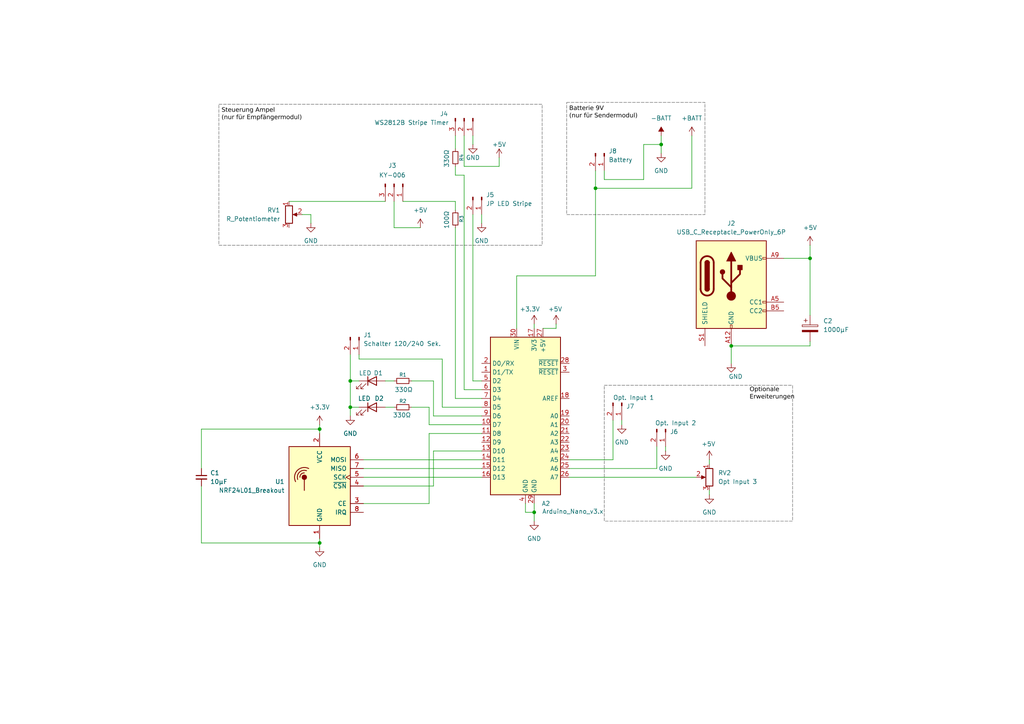
<source format=kicad_sch>
(kicad_sch
	(version 20250114)
	(generator "eeschema")
	(generator_version "9.0")
	(uuid "4c9d4d24-7087-45e2-abcf-cdd5e2da37eb")
	(paper "A4")
	(title_block
		(title "Bogenampel")
		(date "2025-11-30")
		(rev "1.0")
	)
	(lib_symbols
		(symbol "Connector:Conn_01x02_Pin"
			(pin_names
				(offset 1.016)
				(hide yes)
			)
			(exclude_from_sim no)
			(in_bom yes)
			(on_board yes)
			(property "Reference" "J"
				(at 0 2.54 0)
				(effects
					(font
						(size 1.27 1.27)
					)
				)
			)
			(property "Value" "Conn_01x02_Pin"
				(at 0 -5.08 0)
				(effects
					(font
						(size 1.27 1.27)
					)
				)
			)
			(property "Footprint" ""
				(at 0 0 0)
				(effects
					(font
						(size 1.27 1.27)
					)
					(hide yes)
				)
			)
			(property "Datasheet" "~"
				(at 0 0 0)
				(effects
					(font
						(size 1.27 1.27)
					)
					(hide yes)
				)
			)
			(property "Description" "Generic connector, single row, 01x02, script generated"
				(at 0 0 0)
				(effects
					(font
						(size 1.27 1.27)
					)
					(hide yes)
				)
			)
			(property "ki_locked" ""
				(at 0 0 0)
				(effects
					(font
						(size 1.27 1.27)
					)
				)
			)
			(property "ki_keywords" "connector"
				(at 0 0 0)
				(effects
					(font
						(size 1.27 1.27)
					)
					(hide yes)
				)
			)
			(property "ki_fp_filters" "Connector*:*_1x??_*"
				(at 0 0 0)
				(effects
					(font
						(size 1.27 1.27)
					)
					(hide yes)
				)
			)
			(symbol "Conn_01x02_Pin_1_1"
				(rectangle
					(start 0.8636 0.127)
					(end 0 -0.127)
					(stroke
						(width 0.1524)
						(type default)
					)
					(fill
						(type outline)
					)
				)
				(rectangle
					(start 0.8636 -2.413)
					(end 0 -2.667)
					(stroke
						(width 0.1524)
						(type default)
					)
					(fill
						(type outline)
					)
				)
				(polyline
					(pts
						(xy 1.27 0) (xy 0.8636 0)
					)
					(stroke
						(width 0.1524)
						(type default)
					)
					(fill
						(type none)
					)
				)
				(polyline
					(pts
						(xy 1.27 -2.54) (xy 0.8636 -2.54)
					)
					(stroke
						(width 0.1524)
						(type default)
					)
					(fill
						(type none)
					)
				)
				(pin passive line
					(at 5.08 0 180)
					(length 3.81)
					(name "Pin_1"
						(effects
							(font
								(size 1.27 1.27)
							)
						)
					)
					(number "1"
						(effects
							(font
								(size 1.27 1.27)
							)
						)
					)
				)
				(pin passive line
					(at 5.08 -2.54 180)
					(length 3.81)
					(name "Pin_2"
						(effects
							(font
								(size 1.27 1.27)
							)
						)
					)
					(number "2"
						(effects
							(font
								(size 1.27 1.27)
							)
						)
					)
				)
			)
			(embedded_fonts no)
		)
		(symbol "Connector:Conn_01x03_Pin"
			(pin_names
				(offset 1.016)
				(hide yes)
			)
			(exclude_from_sim no)
			(in_bom yes)
			(on_board yes)
			(property "Reference" "J"
				(at 0 5.08 0)
				(effects
					(font
						(size 1.27 1.27)
					)
				)
			)
			(property "Value" "Conn_01x03_Pin"
				(at 0 -5.08 0)
				(effects
					(font
						(size 1.27 1.27)
					)
				)
			)
			(property "Footprint" ""
				(at 0 0 0)
				(effects
					(font
						(size 1.27 1.27)
					)
					(hide yes)
				)
			)
			(property "Datasheet" "~"
				(at 0 0 0)
				(effects
					(font
						(size 1.27 1.27)
					)
					(hide yes)
				)
			)
			(property "Description" "Generic connector, single row, 01x03, script generated"
				(at 0 0 0)
				(effects
					(font
						(size 1.27 1.27)
					)
					(hide yes)
				)
			)
			(property "ki_locked" ""
				(at 0 0 0)
				(effects
					(font
						(size 1.27 1.27)
					)
				)
			)
			(property "ki_keywords" "connector"
				(at 0 0 0)
				(effects
					(font
						(size 1.27 1.27)
					)
					(hide yes)
				)
			)
			(property "ki_fp_filters" "Connector*:*_1x??_*"
				(at 0 0 0)
				(effects
					(font
						(size 1.27 1.27)
					)
					(hide yes)
				)
			)
			(symbol "Conn_01x03_Pin_1_1"
				(rectangle
					(start 0.8636 2.667)
					(end 0 2.413)
					(stroke
						(width 0.1524)
						(type default)
					)
					(fill
						(type outline)
					)
				)
				(rectangle
					(start 0.8636 0.127)
					(end 0 -0.127)
					(stroke
						(width 0.1524)
						(type default)
					)
					(fill
						(type outline)
					)
				)
				(rectangle
					(start 0.8636 -2.413)
					(end 0 -2.667)
					(stroke
						(width 0.1524)
						(type default)
					)
					(fill
						(type outline)
					)
				)
				(polyline
					(pts
						(xy 1.27 2.54) (xy 0.8636 2.54)
					)
					(stroke
						(width 0.1524)
						(type default)
					)
					(fill
						(type none)
					)
				)
				(polyline
					(pts
						(xy 1.27 0) (xy 0.8636 0)
					)
					(stroke
						(width 0.1524)
						(type default)
					)
					(fill
						(type none)
					)
				)
				(polyline
					(pts
						(xy 1.27 -2.54) (xy 0.8636 -2.54)
					)
					(stroke
						(width 0.1524)
						(type default)
					)
					(fill
						(type none)
					)
				)
				(pin passive line
					(at 5.08 2.54 180)
					(length 3.81)
					(name "Pin_1"
						(effects
							(font
								(size 1.27 1.27)
							)
						)
					)
					(number "1"
						(effects
							(font
								(size 1.27 1.27)
							)
						)
					)
				)
				(pin passive line
					(at 5.08 0 180)
					(length 3.81)
					(name "Pin_2"
						(effects
							(font
								(size 1.27 1.27)
							)
						)
					)
					(number "2"
						(effects
							(font
								(size 1.27 1.27)
							)
						)
					)
				)
				(pin passive line
					(at 5.08 -2.54 180)
					(length 3.81)
					(name "Pin_3"
						(effects
							(font
								(size 1.27 1.27)
							)
						)
					)
					(number "3"
						(effects
							(font
								(size 1.27 1.27)
							)
						)
					)
				)
			)
			(embedded_fonts no)
		)
		(symbol "Connector:USB_C_Receptacle_PowerOnly_6P"
			(pin_names
				(offset 1.016)
			)
			(exclude_from_sim no)
			(in_bom yes)
			(on_board yes)
			(property "Reference" "J"
				(at 0 16.51 0)
				(effects
					(font
						(size 1.27 1.27)
					)
					(justify bottom)
				)
			)
			(property "Value" "USB_C_Receptacle_PowerOnly_6P"
				(at 0 13.97 0)
				(effects
					(font
						(size 1.27 1.27)
					)
					(justify bottom)
				)
			)
			(property "Footprint" ""
				(at 3.81 2.54 0)
				(effects
					(font
						(size 1.27 1.27)
					)
					(hide yes)
				)
			)
			(property "Datasheet" "https://www.usb.org/sites/default/files/documents/usb_type-c.zip"
				(at 0 0 0)
				(effects
					(font
						(size 1.27 1.27)
					)
					(hide yes)
				)
			)
			(property "Description" "USB Power-Only 6P Type-C Receptacle connector"
				(at 0 0 0)
				(effects
					(font
						(size 1.27 1.27)
					)
					(hide yes)
				)
			)
			(property "ki_keywords" "usb universal serial bus type-C power-only charging-only 6P 6C"
				(at 0 0 0)
				(effects
					(font
						(size 1.27 1.27)
					)
					(hide yes)
				)
			)
			(property "ki_fp_filters" "USB*C*Receptacle*"
				(at 0 0 0)
				(effects
					(font
						(size 1.27 1.27)
					)
					(hide yes)
				)
			)
			(symbol "USB_C_Receptacle_PowerOnly_6P_0_0"
				(rectangle
					(start -0.254 -12.7)
					(end 0.254 -11.684)
					(stroke
						(width 0)
						(type default)
					)
					(fill
						(type none)
					)
				)
				(rectangle
					(start 10.16 7.874)
					(end 9.144 7.366)
					(stroke
						(width 0)
						(type default)
					)
					(fill
						(type none)
					)
				)
				(rectangle
					(start 10.16 -4.826)
					(end 9.144 -5.334)
					(stroke
						(width 0)
						(type default)
					)
					(fill
						(type none)
					)
				)
				(rectangle
					(start 10.16 -7.366)
					(end 9.144 -7.874)
					(stroke
						(width 0)
						(type default)
					)
					(fill
						(type none)
					)
				)
			)
			(symbol "USB_C_Receptacle_PowerOnly_6P_0_1"
				(rectangle
					(start -10.16 12.7)
					(end 10.16 -12.7)
					(stroke
						(width 0.254)
						(type default)
					)
					(fill
						(type background)
					)
				)
				(polyline
					(pts
						(xy -8.89 -1.27) (xy -8.89 6.35)
					)
					(stroke
						(width 0.508)
						(type default)
					)
					(fill
						(type none)
					)
				)
				(rectangle
					(start -7.62 -1.27)
					(end -6.35 6.35)
					(stroke
						(width 0.254)
						(type default)
					)
					(fill
						(type outline)
					)
				)
				(arc
					(start -7.62 6.35)
					(mid -6.985 6.9823)
					(end -6.35 6.35)
					(stroke
						(width 0.254)
						(type default)
					)
					(fill
						(type none)
					)
				)
				(arc
					(start -7.62 6.35)
					(mid -6.985 6.9823)
					(end -6.35 6.35)
					(stroke
						(width 0.254)
						(type default)
					)
					(fill
						(type outline)
					)
				)
				(arc
					(start -8.89 6.35)
					(mid -6.985 8.2467)
					(end -5.08 6.35)
					(stroke
						(width 0.508)
						(type default)
					)
					(fill
						(type none)
					)
				)
				(arc
					(start -5.08 -1.27)
					(mid -6.985 -3.1667)
					(end -8.89 -1.27)
					(stroke
						(width 0.508)
						(type default)
					)
					(fill
						(type none)
					)
				)
				(arc
					(start -6.35 -1.27)
					(mid -6.985 -1.9023)
					(end -7.62 -1.27)
					(stroke
						(width 0.254)
						(type default)
					)
					(fill
						(type none)
					)
				)
				(arc
					(start -6.35 -1.27)
					(mid -6.985 -1.9023)
					(end -7.62 -1.27)
					(stroke
						(width 0.254)
						(type default)
					)
					(fill
						(type outline)
					)
				)
				(polyline
					(pts
						(xy -5.08 6.35) (xy -5.08 -1.27)
					)
					(stroke
						(width 0.508)
						(type default)
					)
					(fill
						(type none)
					)
				)
				(circle
					(center -2.54 3.683)
					(radius 0.635)
					(stroke
						(width 0.254)
						(type default)
					)
					(fill
						(type outline)
					)
				)
				(polyline
					(pts
						(xy -1.27 6.858) (xy 0 9.398) (xy 1.27 6.858) (xy -1.27 6.858)
					)
					(stroke
						(width 0.254)
						(type default)
					)
					(fill
						(type outline)
					)
				)
				(polyline
					(pts
						(xy 0 0.508) (xy 2.54 3.048) (xy 2.54 4.318)
					)
					(stroke
						(width 0.508)
						(type default)
					)
					(fill
						(type none)
					)
				)
				(polyline
					(pts
						(xy 0 -0.762) (xy -2.54 1.778) (xy -2.54 3.048)
					)
					(stroke
						(width 0.508)
						(type default)
					)
					(fill
						(type none)
					)
				)
				(polyline
					(pts
						(xy 0 -3.302) (xy 0 6.858)
					)
					(stroke
						(width 0.508)
						(type default)
					)
					(fill
						(type none)
					)
				)
				(circle
					(center 0 -3.302)
					(radius 1.27)
					(stroke
						(width 0)
						(type default)
					)
					(fill
						(type outline)
					)
				)
				(rectangle
					(start 1.905 4.318)
					(end 3.175 5.588)
					(stroke
						(width 0.254)
						(type default)
					)
					(fill
						(type outline)
					)
				)
			)
			(symbol "USB_C_Receptacle_PowerOnly_6P_1_1"
				(pin passive line
					(at -7.62 -17.78 90)
					(length 5.08)
					(name "SHIELD"
						(effects
							(font
								(size 1.27 1.27)
							)
						)
					)
					(number "S1"
						(effects
							(font
								(size 1.27 1.27)
							)
						)
					)
				)
				(pin passive line
					(at 0 -17.78 90)
					(length 5.08)
					(name "GND"
						(effects
							(font
								(size 1.27 1.27)
							)
						)
					)
					(number "A12"
						(effects
							(font
								(size 1.27 1.27)
							)
						)
					)
				)
				(pin passive line
					(at 0 -17.78 90)
					(length 5.08)
					(hide yes)
					(name "GND"
						(effects
							(font
								(size 1.27 1.27)
							)
						)
					)
					(number "B12"
						(effects
							(font
								(size 1.27 1.27)
							)
						)
					)
				)
				(pin passive line
					(at 15.24 7.62 180)
					(length 5.08)
					(name "VBUS"
						(effects
							(font
								(size 1.27 1.27)
							)
						)
					)
					(number "A9"
						(effects
							(font
								(size 1.27 1.27)
							)
						)
					)
				)
				(pin passive line
					(at 15.24 7.62 180)
					(length 5.08)
					(hide yes)
					(name "VBUS"
						(effects
							(font
								(size 1.27 1.27)
							)
						)
					)
					(number "B9"
						(effects
							(font
								(size 1.27 1.27)
							)
						)
					)
				)
				(pin bidirectional line
					(at 15.24 -5.08 180)
					(length 5.08)
					(name "CC1"
						(effects
							(font
								(size 1.27 1.27)
							)
						)
					)
					(number "A5"
						(effects
							(font
								(size 1.27 1.27)
							)
						)
					)
				)
				(pin bidirectional line
					(at 15.24 -7.62 180)
					(length 5.08)
					(name "CC2"
						(effects
							(font
								(size 1.27 1.27)
							)
						)
					)
					(number "B5"
						(effects
							(font
								(size 1.27 1.27)
							)
						)
					)
				)
			)
			(embedded_fonts no)
		)
		(symbol "Device:C_Polarized"
			(pin_numbers
				(hide yes)
			)
			(pin_names
				(offset 0.254)
			)
			(exclude_from_sim no)
			(in_bom yes)
			(on_board yes)
			(property "Reference" "C"
				(at 0.635 2.54 0)
				(effects
					(font
						(size 1.27 1.27)
					)
					(justify left)
				)
			)
			(property "Value" "C_Polarized"
				(at 0.635 -2.54 0)
				(effects
					(font
						(size 1.27 1.27)
					)
					(justify left)
				)
			)
			(property "Footprint" ""
				(at 0.9652 -3.81 0)
				(effects
					(font
						(size 1.27 1.27)
					)
					(hide yes)
				)
			)
			(property "Datasheet" "~"
				(at 0 0 0)
				(effects
					(font
						(size 1.27 1.27)
					)
					(hide yes)
				)
			)
			(property "Description" "Polarized capacitor"
				(at 0 0 0)
				(effects
					(font
						(size 1.27 1.27)
					)
					(hide yes)
				)
			)
			(property "ki_keywords" "cap capacitor"
				(at 0 0 0)
				(effects
					(font
						(size 1.27 1.27)
					)
					(hide yes)
				)
			)
			(property "ki_fp_filters" "CP_*"
				(at 0 0 0)
				(effects
					(font
						(size 1.27 1.27)
					)
					(hide yes)
				)
			)
			(symbol "C_Polarized_0_1"
				(rectangle
					(start -2.286 0.508)
					(end 2.286 1.016)
					(stroke
						(width 0)
						(type default)
					)
					(fill
						(type none)
					)
				)
				(polyline
					(pts
						(xy -1.778 2.286) (xy -0.762 2.286)
					)
					(stroke
						(width 0)
						(type default)
					)
					(fill
						(type none)
					)
				)
				(polyline
					(pts
						(xy -1.27 2.794) (xy -1.27 1.778)
					)
					(stroke
						(width 0)
						(type default)
					)
					(fill
						(type none)
					)
				)
				(rectangle
					(start 2.286 -0.508)
					(end -2.286 -1.016)
					(stroke
						(width 0)
						(type default)
					)
					(fill
						(type outline)
					)
				)
			)
			(symbol "C_Polarized_1_1"
				(pin passive line
					(at 0 3.81 270)
					(length 2.794)
					(name "~"
						(effects
							(font
								(size 1.27 1.27)
							)
						)
					)
					(number "1"
						(effects
							(font
								(size 1.27 1.27)
							)
						)
					)
				)
				(pin passive line
					(at 0 -3.81 90)
					(length 2.794)
					(name "~"
						(effects
							(font
								(size 1.27 1.27)
							)
						)
					)
					(number "2"
						(effects
							(font
								(size 1.27 1.27)
							)
						)
					)
				)
			)
			(embedded_fonts no)
		)
		(symbol "Device:C_Small"
			(pin_numbers
				(hide yes)
			)
			(pin_names
				(offset 0.254)
				(hide yes)
			)
			(exclude_from_sim no)
			(in_bom yes)
			(on_board yes)
			(property "Reference" "C"
				(at 0.254 1.778 0)
				(effects
					(font
						(size 1.27 1.27)
					)
					(justify left)
				)
			)
			(property "Value" "C_Small"
				(at 0.254 -2.032 0)
				(effects
					(font
						(size 1.27 1.27)
					)
					(justify left)
				)
			)
			(property "Footprint" ""
				(at 0 0 0)
				(effects
					(font
						(size 1.27 1.27)
					)
					(hide yes)
				)
			)
			(property "Datasheet" "~"
				(at 0 0 0)
				(effects
					(font
						(size 1.27 1.27)
					)
					(hide yes)
				)
			)
			(property "Description" "Unpolarized capacitor, small symbol"
				(at 0 0 0)
				(effects
					(font
						(size 1.27 1.27)
					)
					(hide yes)
				)
			)
			(property "ki_keywords" "capacitor cap"
				(at 0 0 0)
				(effects
					(font
						(size 1.27 1.27)
					)
					(hide yes)
				)
			)
			(property "ki_fp_filters" "C_*"
				(at 0 0 0)
				(effects
					(font
						(size 1.27 1.27)
					)
					(hide yes)
				)
			)
			(symbol "C_Small_0_1"
				(polyline
					(pts
						(xy -1.524 0.508) (xy 1.524 0.508)
					)
					(stroke
						(width 0.3048)
						(type default)
					)
					(fill
						(type none)
					)
				)
				(polyline
					(pts
						(xy -1.524 -0.508) (xy 1.524 -0.508)
					)
					(stroke
						(width 0.3302)
						(type default)
					)
					(fill
						(type none)
					)
				)
			)
			(symbol "C_Small_1_1"
				(pin passive line
					(at 0 2.54 270)
					(length 2.032)
					(name "~"
						(effects
							(font
								(size 1.27 1.27)
							)
						)
					)
					(number "1"
						(effects
							(font
								(size 1.27 1.27)
							)
						)
					)
				)
				(pin passive line
					(at 0 -2.54 90)
					(length 2.032)
					(name "~"
						(effects
							(font
								(size 1.27 1.27)
							)
						)
					)
					(number "2"
						(effects
							(font
								(size 1.27 1.27)
							)
						)
					)
				)
			)
			(embedded_fonts no)
		)
		(symbol "Device:LED"
			(pin_numbers
				(hide yes)
			)
			(pin_names
				(offset 1.016)
				(hide yes)
			)
			(exclude_from_sim no)
			(in_bom yes)
			(on_board yes)
			(property "Reference" "D"
				(at 0 2.54 0)
				(effects
					(font
						(size 1.27 1.27)
					)
				)
			)
			(property "Value" "LED"
				(at 0 -2.54 0)
				(effects
					(font
						(size 1.27 1.27)
					)
				)
			)
			(property "Footprint" ""
				(at 0 0 0)
				(effects
					(font
						(size 1.27 1.27)
					)
					(hide yes)
				)
			)
			(property "Datasheet" "~"
				(at 0 0 0)
				(effects
					(font
						(size 1.27 1.27)
					)
					(hide yes)
				)
			)
			(property "Description" "Light emitting diode"
				(at 0 0 0)
				(effects
					(font
						(size 1.27 1.27)
					)
					(hide yes)
				)
			)
			(property "Sim.Pins" "1=K 2=A"
				(at 0 0 0)
				(effects
					(font
						(size 1.27 1.27)
					)
					(hide yes)
				)
			)
			(property "ki_keywords" "LED diode"
				(at 0 0 0)
				(effects
					(font
						(size 1.27 1.27)
					)
					(hide yes)
				)
			)
			(property "ki_fp_filters" "LED* LED_SMD:* LED_THT:*"
				(at 0 0 0)
				(effects
					(font
						(size 1.27 1.27)
					)
					(hide yes)
				)
			)
			(symbol "LED_0_1"
				(polyline
					(pts
						(xy -3.048 -0.762) (xy -4.572 -2.286) (xy -3.81 -2.286) (xy -4.572 -2.286) (xy -4.572 -1.524)
					)
					(stroke
						(width 0)
						(type default)
					)
					(fill
						(type none)
					)
				)
				(polyline
					(pts
						(xy -1.778 -0.762) (xy -3.302 -2.286) (xy -2.54 -2.286) (xy -3.302 -2.286) (xy -3.302 -1.524)
					)
					(stroke
						(width 0)
						(type default)
					)
					(fill
						(type none)
					)
				)
				(polyline
					(pts
						(xy -1.27 0) (xy 1.27 0)
					)
					(stroke
						(width 0)
						(type default)
					)
					(fill
						(type none)
					)
				)
				(polyline
					(pts
						(xy -1.27 -1.27) (xy -1.27 1.27)
					)
					(stroke
						(width 0.254)
						(type default)
					)
					(fill
						(type none)
					)
				)
				(polyline
					(pts
						(xy 1.27 -1.27) (xy 1.27 1.27) (xy -1.27 0) (xy 1.27 -1.27)
					)
					(stroke
						(width 0.254)
						(type default)
					)
					(fill
						(type none)
					)
				)
			)
			(symbol "LED_1_1"
				(pin passive line
					(at -3.81 0 0)
					(length 2.54)
					(name "K"
						(effects
							(font
								(size 1.27 1.27)
							)
						)
					)
					(number "1"
						(effects
							(font
								(size 1.27 1.27)
							)
						)
					)
				)
				(pin passive line
					(at 3.81 0 180)
					(length 2.54)
					(name "A"
						(effects
							(font
								(size 1.27 1.27)
							)
						)
					)
					(number "2"
						(effects
							(font
								(size 1.27 1.27)
							)
						)
					)
				)
			)
			(embedded_fonts no)
		)
		(symbol "Device:R_Potentiometer"
			(pin_names
				(offset 1.016)
				(hide yes)
			)
			(exclude_from_sim no)
			(in_bom yes)
			(on_board yes)
			(property "Reference" "RV"
				(at -4.445 0 90)
				(effects
					(font
						(size 1.27 1.27)
					)
				)
			)
			(property "Value" "R_Potentiometer"
				(at -2.54 0 90)
				(effects
					(font
						(size 1.27 1.27)
					)
				)
			)
			(property "Footprint" ""
				(at 0 0 0)
				(effects
					(font
						(size 1.27 1.27)
					)
					(hide yes)
				)
			)
			(property "Datasheet" "~"
				(at 0 0 0)
				(effects
					(font
						(size 1.27 1.27)
					)
					(hide yes)
				)
			)
			(property "Description" "Potentiometer"
				(at 0 0 0)
				(effects
					(font
						(size 1.27 1.27)
					)
					(hide yes)
				)
			)
			(property "ki_keywords" "resistor variable"
				(at 0 0 0)
				(effects
					(font
						(size 1.27 1.27)
					)
					(hide yes)
				)
			)
			(property "ki_fp_filters" "Potentiometer*"
				(at 0 0 0)
				(effects
					(font
						(size 1.27 1.27)
					)
					(hide yes)
				)
			)
			(symbol "R_Potentiometer_0_1"
				(rectangle
					(start 1.016 2.54)
					(end -1.016 -2.54)
					(stroke
						(width 0.254)
						(type default)
					)
					(fill
						(type none)
					)
				)
				(polyline
					(pts
						(xy 1.143 0) (xy 2.286 0.508) (xy 2.286 -0.508) (xy 1.143 0)
					)
					(stroke
						(width 0)
						(type default)
					)
					(fill
						(type outline)
					)
				)
				(polyline
					(pts
						(xy 2.54 0) (xy 1.524 0)
					)
					(stroke
						(width 0)
						(type default)
					)
					(fill
						(type none)
					)
				)
			)
			(symbol "R_Potentiometer_1_1"
				(pin passive line
					(at 0 3.81 270)
					(length 1.27)
					(name "1"
						(effects
							(font
								(size 1.27 1.27)
							)
						)
					)
					(number "1"
						(effects
							(font
								(size 1.27 1.27)
							)
						)
					)
				)
				(pin passive line
					(at 0 -3.81 90)
					(length 1.27)
					(name "3"
						(effects
							(font
								(size 1.27 1.27)
							)
						)
					)
					(number "3"
						(effects
							(font
								(size 1.27 1.27)
							)
						)
					)
				)
				(pin passive line
					(at 3.81 0 180)
					(length 1.27)
					(name "2"
						(effects
							(font
								(size 1.27 1.27)
							)
						)
					)
					(number "2"
						(effects
							(font
								(size 1.27 1.27)
							)
						)
					)
				)
			)
			(embedded_fonts no)
		)
		(symbol "Device:R_Small"
			(pin_numbers
				(hide yes)
			)
			(pin_names
				(offset 0.254)
				(hide yes)
			)
			(exclude_from_sim no)
			(in_bom yes)
			(on_board yes)
			(property "Reference" "R"
				(at 0 0 90)
				(effects
					(font
						(size 1.016 1.016)
					)
				)
			)
			(property "Value" "R_Small"
				(at 1.778 0 90)
				(effects
					(font
						(size 1.27 1.27)
					)
				)
			)
			(property "Footprint" ""
				(at 0 0 0)
				(effects
					(font
						(size 1.27 1.27)
					)
					(hide yes)
				)
			)
			(property "Datasheet" "~"
				(at 0 0 0)
				(effects
					(font
						(size 1.27 1.27)
					)
					(hide yes)
				)
			)
			(property "Description" "Resistor, small symbol"
				(at 0 0 0)
				(effects
					(font
						(size 1.27 1.27)
					)
					(hide yes)
				)
			)
			(property "ki_keywords" "R resistor"
				(at 0 0 0)
				(effects
					(font
						(size 1.27 1.27)
					)
					(hide yes)
				)
			)
			(property "ki_fp_filters" "R_*"
				(at 0 0 0)
				(effects
					(font
						(size 1.27 1.27)
					)
					(hide yes)
				)
			)
			(symbol "R_Small_0_1"
				(rectangle
					(start -0.762 1.778)
					(end 0.762 -1.778)
					(stroke
						(width 0.2032)
						(type default)
					)
					(fill
						(type none)
					)
				)
			)
			(symbol "R_Small_1_1"
				(pin passive line
					(at 0 2.54 270)
					(length 0.762)
					(name "~"
						(effects
							(font
								(size 1.27 1.27)
							)
						)
					)
					(number "1"
						(effects
							(font
								(size 1.27 1.27)
							)
						)
					)
				)
				(pin passive line
					(at 0 -2.54 90)
					(length 0.762)
					(name "~"
						(effects
							(font
								(size 1.27 1.27)
							)
						)
					)
					(number "2"
						(effects
							(font
								(size 1.27 1.27)
							)
						)
					)
				)
			)
			(embedded_fonts no)
		)
		(symbol "MCU_Module:Arduino_Nano_v3.x"
			(exclude_from_sim no)
			(in_bom yes)
			(on_board yes)
			(property "Reference" "A"
				(at -10.16 23.495 0)
				(effects
					(font
						(size 1.27 1.27)
					)
					(justify left bottom)
				)
			)
			(property "Value" "Arduino_Nano_v3.x"
				(at 5.08 -24.13 0)
				(effects
					(font
						(size 1.27 1.27)
					)
					(justify left top)
				)
			)
			(property "Footprint" "Module:Arduino_Nano"
				(at 0 0 0)
				(effects
					(font
						(size 1.27 1.27)
						(italic yes)
					)
					(hide yes)
				)
			)
			(property "Datasheet" "http://www.mouser.com/pdfdocs/Gravitech_Arduino_Nano3_0.pdf"
				(at 0 0 0)
				(effects
					(font
						(size 1.27 1.27)
					)
					(hide yes)
				)
			)
			(property "Description" "Arduino Nano v3.x"
				(at 0 0 0)
				(effects
					(font
						(size 1.27 1.27)
					)
					(hide yes)
				)
			)
			(property "ki_keywords" "Arduino nano microcontroller module USB"
				(at 0 0 0)
				(effects
					(font
						(size 1.27 1.27)
					)
					(hide yes)
				)
			)
			(property "ki_fp_filters" "Arduino*Nano*"
				(at 0 0 0)
				(effects
					(font
						(size 1.27 1.27)
					)
					(hide yes)
				)
			)
			(symbol "Arduino_Nano_v3.x_0_1"
				(rectangle
					(start -10.16 22.86)
					(end 10.16 -22.86)
					(stroke
						(width 0.254)
						(type default)
					)
					(fill
						(type background)
					)
				)
			)
			(symbol "Arduino_Nano_v3.x_1_1"
				(pin bidirectional line
					(at -12.7 15.24 0)
					(length 2.54)
					(name "D0/RX"
						(effects
							(font
								(size 1.27 1.27)
							)
						)
					)
					(number "2"
						(effects
							(font
								(size 1.27 1.27)
							)
						)
					)
				)
				(pin bidirectional line
					(at -12.7 12.7 0)
					(length 2.54)
					(name "D1/TX"
						(effects
							(font
								(size 1.27 1.27)
							)
						)
					)
					(number "1"
						(effects
							(font
								(size 1.27 1.27)
							)
						)
					)
				)
				(pin bidirectional line
					(at -12.7 10.16 0)
					(length 2.54)
					(name "D2"
						(effects
							(font
								(size 1.27 1.27)
							)
						)
					)
					(number "5"
						(effects
							(font
								(size 1.27 1.27)
							)
						)
					)
				)
				(pin bidirectional line
					(at -12.7 7.62 0)
					(length 2.54)
					(name "D3"
						(effects
							(font
								(size 1.27 1.27)
							)
						)
					)
					(number "6"
						(effects
							(font
								(size 1.27 1.27)
							)
						)
					)
				)
				(pin bidirectional line
					(at -12.7 5.08 0)
					(length 2.54)
					(name "D4"
						(effects
							(font
								(size 1.27 1.27)
							)
						)
					)
					(number "7"
						(effects
							(font
								(size 1.27 1.27)
							)
						)
					)
				)
				(pin bidirectional line
					(at -12.7 2.54 0)
					(length 2.54)
					(name "D5"
						(effects
							(font
								(size 1.27 1.27)
							)
						)
					)
					(number "8"
						(effects
							(font
								(size 1.27 1.27)
							)
						)
					)
				)
				(pin bidirectional line
					(at -12.7 0 0)
					(length 2.54)
					(name "D6"
						(effects
							(font
								(size 1.27 1.27)
							)
						)
					)
					(number "9"
						(effects
							(font
								(size 1.27 1.27)
							)
						)
					)
				)
				(pin bidirectional line
					(at -12.7 -2.54 0)
					(length 2.54)
					(name "D7"
						(effects
							(font
								(size 1.27 1.27)
							)
						)
					)
					(number "10"
						(effects
							(font
								(size 1.27 1.27)
							)
						)
					)
				)
				(pin bidirectional line
					(at -12.7 -5.08 0)
					(length 2.54)
					(name "D8"
						(effects
							(font
								(size 1.27 1.27)
							)
						)
					)
					(number "11"
						(effects
							(font
								(size 1.27 1.27)
							)
						)
					)
				)
				(pin bidirectional line
					(at -12.7 -7.62 0)
					(length 2.54)
					(name "D9"
						(effects
							(font
								(size 1.27 1.27)
							)
						)
					)
					(number "12"
						(effects
							(font
								(size 1.27 1.27)
							)
						)
					)
				)
				(pin bidirectional line
					(at -12.7 -10.16 0)
					(length 2.54)
					(name "D10"
						(effects
							(font
								(size 1.27 1.27)
							)
						)
					)
					(number "13"
						(effects
							(font
								(size 1.27 1.27)
							)
						)
					)
				)
				(pin bidirectional line
					(at -12.7 -12.7 0)
					(length 2.54)
					(name "D11"
						(effects
							(font
								(size 1.27 1.27)
							)
						)
					)
					(number "14"
						(effects
							(font
								(size 1.27 1.27)
							)
						)
					)
				)
				(pin bidirectional line
					(at -12.7 -15.24 0)
					(length 2.54)
					(name "D12"
						(effects
							(font
								(size 1.27 1.27)
							)
						)
					)
					(number "15"
						(effects
							(font
								(size 1.27 1.27)
							)
						)
					)
				)
				(pin bidirectional line
					(at -12.7 -17.78 0)
					(length 2.54)
					(name "D13"
						(effects
							(font
								(size 1.27 1.27)
							)
						)
					)
					(number "16"
						(effects
							(font
								(size 1.27 1.27)
							)
						)
					)
				)
				(pin power_in line
					(at -2.54 25.4 270)
					(length 2.54)
					(name "VIN"
						(effects
							(font
								(size 1.27 1.27)
							)
						)
					)
					(number "30"
						(effects
							(font
								(size 1.27 1.27)
							)
						)
					)
				)
				(pin power_in line
					(at 0 -25.4 90)
					(length 2.54)
					(name "GND"
						(effects
							(font
								(size 1.27 1.27)
							)
						)
					)
					(number "4"
						(effects
							(font
								(size 1.27 1.27)
							)
						)
					)
				)
				(pin power_out line
					(at 2.54 25.4 270)
					(length 2.54)
					(name "3V3"
						(effects
							(font
								(size 1.27 1.27)
							)
						)
					)
					(number "17"
						(effects
							(font
								(size 1.27 1.27)
							)
						)
					)
				)
				(pin power_in line
					(at 2.54 -25.4 90)
					(length 2.54)
					(name "GND"
						(effects
							(font
								(size 1.27 1.27)
							)
						)
					)
					(number "29"
						(effects
							(font
								(size 1.27 1.27)
							)
						)
					)
				)
				(pin power_out line
					(at 5.08 25.4 270)
					(length 2.54)
					(name "+5V"
						(effects
							(font
								(size 1.27 1.27)
							)
						)
					)
					(number "27"
						(effects
							(font
								(size 1.27 1.27)
							)
						)
					)
				)
				(pin input line
					(at 12.7 15.24 180)
					(length 2.54)
					(name "~{RESET}"
						(effects
							(font
								(size 1.27 1.27)
							)
						)
					)
					(number "28"
						(effects
							(font
								(size 1.27 1.27)
							)
						)
					)
				)
				(pin input line
					(at 12.7 12.7 180)
					(length 2.54)
					(name "~{RESET}"
						(effects
							(font
								(size 1.27 1.27)
							)
						)
					)
					(number "3"
						(effects
							(font
								(size 1.27 1.27)
							)
						)
					)
				)
				(pin input line
					(at 12.7 5.08 180)
					(length 2.54)
					(name "AREF"
						(effects
							(font
								(size 1.27 1.27)
							)
						)
					)
					(number "18"
						(effects
							(font
								(size 1.27 1.27)
							)
						)
					)
				)
				(pin bidirectional line
					(at 12.7 0 180)
					(length 2.54)
					(name "A0"
						(effects
							(font
								(size 1.27 1.27)
							)
						)
					)
					(number "19"
						(effects
							(font
								(size 1.27 1.27)
							)
						)
					)
				)
				(pin bidirectional line
					(at 12.7 -2.54 180)
					(length 2.54)
					(name "A1"
						(effects
							(font
								(size 1.27 1.27)
							)
						)
					)
					(number "20"
						(effects
							(font
								(size 1.27 1.27)
							)
						)
					)
				)
				(pin bidirectional line
					(at 12.7 -5.08 180)
					(length 2.54)
					(name "A2"
						(effects
							(font
								(size 1.27 1.27)
							)
						)
					)
					(number "21"
						(effects
							(font
								(size 1.27 1.27)
							)
						)
					)
				)
				(pin bidirectional line
					(at 12.7 -7.62 180)
					(length 2.54)
					(name "A3"
						(effects
							(font
								(size 1.27 1.27)
							)
						)
					)
					(number "22"
						(effects
							(font
								(size 1.27 1.27)
							)
						)
					)
				)
				(pin bidirectional line
					(at 12.7 -10.16 180)
					(length 2.54)
					(name "A4"
						(effects
							(font
								(size 1.27 1.27)
							)
						)
					)
					(number "23"
						(effects
							(font
								(size 1.27 1.27)
							)
						)
					)
				)
				(pin bidirectional line
					(at 12.7 -12.7 180)
					(length 2.54)
					(name "A5"
						(effects
							(font
								(size 1.27 1.27)
							)
						)
					)
					(number "24"
						(effects
							(font
								(size 1.27 1.27)
							)
						)
					)
				)
				(pin bidirectional line
					(at 12.7 -15.24 180)
					(length 2.54)
					(name "A6"
						(effects
							(font
								(size 1.27 1.27)
							)
						)
					)
					(number "25"
						(effects
							(font
								(size 1.27 1.27)
							)
						)
					)
				)
				(pin bidirectional line
					(at 12.7 -17.78 180)
					(length 2.54)
					(name "A7"
						(effects
							(font
								(size 1.27 1.27)
							)
						)
					)
					(number "26"
						(effects
							(font
								(size 1.27 1.27)
							)
						)
					)
				)
			)
			(embedded_fonts no)
		)
		(symbol "RF:NRF24L01_Breakout"
			(pin_names
				(offset 1.016)
			)
			(exclude_from_sim no)
			(in_bom yes)
			(on_board yes)
			(property "Reference" "U"
				(at -8.89 12.7 0)
				(effects
					(font
						(size 1.27 1.27)
					)
					(justify left)
				)
			)
			(property "Value" "NRF24L01_Breakout"
				(at 3.81 12.7 0)
				(effects
					(font
						(size 1.27 1.27)
					)
					(justify left)
				)
			)
			(property "Footprint" "RF_Module:nRF24L01_Breakout"
				(at 3.81 15.24 0)
				(effects
					(font
						(size 1.27 1.27)
						(italic yes)
					)
					(justify left)
					(hide yes)
				)
			)
			(property "Datasheet" "http://www.nordicsemi.com/eng/content/download/2730/34105/file/nRF24L01_Product_Specification_v2_0.pdf"
				(at 0 -2.54 0)
				(effects
					(font
						(size 1.27 1.27)
					)
					(hide yes)
				)
			)
			(property "Description" "Ultra low power 2.4GHz RF Transceiver, Carrier PCB"
				(at 0 0 0)
				(effects
					(font
						(size 1.27 1.27)
					)
					(hide yes)
				)
			)
			(property "ki_keywords" "Low Power RF Transceiver breakout carrier"
				(at 0 0 0)
				(effects
					(font
						(size 1.27 1.27)
					)
					(hide yes)
				)
			)
			(property "ki_fp_filters" "nRF24L01*Breakout*"
				(at 0 0 0)
				(effects
					(font
						(size 1.27 1.27)
					)
					(hide yes)
				)
			)
			(symbol "NRF24L01_Breakout_0_1"
				(rectangle
					(start -8.89 11.43)
					(end 8.89 -11.43)
					(stroke
						(width 0.254)
						(type default)
					)
					(fill
						(type background)
					)
				)
				(arc
					(start 3.175 5.08)
					(mid 6.453 4.548)
					(end 6.985 1.27)
					(stroke
						(width 0.254)
						(type default)
					)
					(fill
						(type none)
					)
				)
				(circle
					(center 4.445 2.54)
					(radius 0.635)
					(stroke
						(width 0.254)
						(type default)
					)
					(fill
						(type outline)
					)
				)
				(polyline
					(pts
						(xy 4.445 1.905) (xy 4.445 -1.27)
					)
					(stroke
						(width 0.254)
						(type default)
					)
					(fill
						(type none)
					)
				)
				(arc
					(start 3.81 4.445)
					(mid 5.8835 3.9785)
					(end 6.35 1.905)
					(stroke
						(width 0.254)
						(type default)
					)
					(fill
						(type none)
					)
				)
				(arc
					(start 4.445 3.81)
					(mid 5.3558 3.4508)
					(end 5.715 2.54)
					(stroke
						(width 0.254)
						(type default)
					)
					(fill
						(type none)
					)
				)
			)
			(symbol "NRF24L01_Breakout_1_1"
				(pin input line
					(at -12.7 7.62 0)
					(length 3.81)
					(name "MOSI"
						(effects
							(font
								(size 1.27 1.27)
							)
						)
					)
					(number "6"
						(effects
							(font
								(size 1.27 1.27)
							)
						)
					)
				)
				(pin output line
					(at -12.7 5.08 0)
					(length 3.81)
					(name "MISO"
						(effects
							(font
								(size 1.27 1.27)
							)
						)
					)
					(number "7"
						(effects
							(font
								(size 1.27 1.27)
							)
						)
					)
				)
				(pin input clock
					(at -12.7 2.54 0)
					(length 3.81)
					(name "SCK"
						(effects
							(font
								(size 1.27 1.27)
							)
						)
					)
					(number "5"
						(effects
							(font
								(size 1.27 1.27)
							)
						)
					)
				)
				(pin input line
					(at -12.7 0 0)
					(length 3.81)
					(name "~{CSN}"
						(effects
							(font
								(size 1.27 1.27)
							)
						)
					)
					(number "4"
						(effects
							(font
								(size 1.27 1.27)
							)
						)
					)
				)
				(pin input line
					(at -12.7 -5.08 0)
					(length 3.81)
					(name "CE"
						(effects
							(font
								(size 1.27 1.27)
							)
						)
					)
					(number "3"
						(effects
							(font
								(size 1.27 1.27)
							)
						)
					)
				)
				(pin output line
					(at -12.7 -7.62 0)
					(length 3.81)
					(name "IRQ"
						(effects
							(font
								(size 1.27 1.27)
							)
						)
					)
					(number "8"
						(effects
							(font
								(size 1.27 1.27)
							)
						)
					)
				)
				(pin power_in line
					(at 0 15.24 270)
					(length 3.81)
					(name "VCC"
						(effects
							(font
								(size 1.27 1.27)
							)
						)
					)
					(number "2"
						(effects
							(font
								(size 1.27 1.27)
							)
						)
					)
				)
				(pin power_in line
					(at 0 -15.24 90)
					(length 3.81)
					(name "GND"
						(effects
							(font
								(size 1.27 1.27)
							)
						)
					)
					(number "1"
						(effects
							(font
								(size 1.27 1.27)
							)
						)
					)
				)
			)
			(embedded_fonts no)
		)
		(symbol "power:+3.3V"
			(power)
			(pin_numbers
				(hide yes)
			)
			(pin_names
				(offset 0)
				(hide yes)
			)
			(exclude_from_sim no)
			(in_bom yes)
			(on_board yes)
			(property "Reference" "#PWR"
				(at 0 -3.81 0)
				(effects
					(font
						(size 1.27 1.27)
					)
					(hide yes)
				)
			)
			(property "Value" "+3.3V"
				(at 0 3.556 0)
				(effects
					(font
						(size 1.27 1.27)
					)
				)
			)
			(property "Footprint" ""
				(at 0 0 0)
				(effects
					(font
						(size 1.27 1.27)
					)
					(hide yes)
				)
			)
			(property "Datasheet" ""
				(at 0 0 0)
				(effects
					(font
						(size 1.27 1.27)
					)
					(hide yes)
				)
			)
			(property "Description" "Power symbol creates a global label with name \"+3.3V\""
				(at 0 0 0)
				(effects
					(font
						(size 1.27 1.27)
					)
					(hide yes)
				)
			)
			(property "ki_keywords" "global power"
				(at 0 0 0)
				(effects
					(font
						(size 1.27 1.27)
					)
					(hide yes)
				)
			)
			(symbol "+3.3V_0_1"
				(polyline
					(pts
						(xy -0.762 1.27) (xy 0 2.54)
					)
					(stroke
						(width 0)
						(type default)
					)
					(fill
						(type none)
					)
				)
				(polyline
					(pts
						(xy 0 2.54) (xy 0.762 1.27)
					)
					(stroke
						(width 0)
						(type default)
					)
					(fill
						(type none)
					)
				)
				(polyline
					(pts
						(xy 0 0) (xy 0 2.54)
					)
					(stroke
						(width 0)
						(type default)
					)
					(fill
						(type none)
					)
				)
			)
			(symbol "+3.3V_1_1"
				(pin power_in line
					(at 0 0 90)
					(length 0)
					(name "~"
						(effects
							(font
								(size 1.27 1.27)
							)
						)
					)
					(number "1"
						(effects
							(font
								(size 1.27 1.27)
							)
						)
					)
				)
			)
			(embedded_fonts no)
		)
		(symbol "power:+5V"
			(power)
			(pin_numbers
				(hide yes)
			)
			(pin_names
				(offset 0)
				(hide yes)
			)
			(exclude_from_sim no)
			(in_bom yes)
			(on_board yes)
			(property "Reference" "#PWR"
				(at 0 -3.81 0)
				(effects
					(font
						(size 1.27 1.27)
					)
					(hide yes)
				)
			)
			(property "Value" "+5V"
				(at 0 3.556 0)
				(effects
					(font
						(size 1.27 1.27)
					)
				)
			)
			(property "Footprint" ""
				(at 0 0 0)
				(effects
					(font
						(size 1.27 1.27)
					)
					(hide yes)
				)
			)
			(property "Datasheet" ""
				(at 0 0 0)
				(effects
					(font
						(size 1.27 1.27)
					)
					(hide yes)
				)
			)
			(property "Description" "Power symbol creates a global label with name \"+5V\""
				(at 0 0 0)
				(effects
					(font
						(size 1.27 1.27)
					)
					(hide yes)
				)
			)
			(property "ki_keywords" "global power"
				(at 0 0 0)
				(effects
					(font
						(size 1.27 1.27)
					)
					(hide yes)
				)
			)
			(symbol "+5V_0_1"
				(polyline
					(pts
						(xy -0.762 1.27) (xy 0 2.54)
					)
					(stroke
						(width 0)
						(type default)
					)
					(fill
						(type none)
					)
				)
				(polyline
					(pts
						(xy 0 2.54) (xy 0.762 1.27)
					)
					(stroke
						(width 0)
						(type default)
					)
					(fill
						(type none)
					)
				)
				(polyline
					(pts
						(xy 0 0) (xy 0 2.54)
					)
					(stroke
						(width 0)
						(type default)
					)
					(fill
						(type none)
					)
				)
			)
			(symbol "+5V_1_1"
				(pin power_in line
					(at 0 0 90)
					(length 0)
					(name "~"
						(effects
							(font
								(size 1.27 1.27)
							)
						)
					)
					(number "1"
						(effects
							(font
								(size 1.27 1.27)
							)
						)
					)
				)
			)
			(embedded_fonts no)
		)
		(symbol "power:+BATT"
			(power)
			(pin_numbers
				(hide yes)
			)
			(pin_names
				(offset 0)
				(hide yes)
			)
			(exclude_from_sim no)
			(in_bom yes)
			(on_board yes)
			(property "Reference" "#PWR"
				(at 0 -3.81 0)
				(effects
					(font
						(size 1.27 1.27)
					)
					(hide yes)
				)
			)
			(property "Value" "+BATT"
				(at 0 3.556 0)
				(effects
					(font
						(size 1.27 1.27)
					)
				)
			)
			(property "Footprint" ""
				(at 0 0 0)
				(effects
					(font
						(size 1.27 1.27)
					)
					(hide yes)
				)
			)
			(property "Datasheet" ""
				(at 0 0 0)
				(effects
					(font
						(size 1.27 1.27)
					)
					(hide yes)
				)
			)
			(property "Description" "Power symbol creates a global label with name \"+BATT\""
				(at 0 0 0)
				(effects
					(font
						(size 1.27 1.27)
					)
					(hide yes)
				)
			)
			(property "ki_keywords" "global power battery"
				(at 0 0 0)
				(effects
					(font
						(size 1.27 1.27)
					)
					(hide yes)
				)
			)
			(symbol "+BATT_0_1"
				(polyline
					(pts
						(xy -0.762 1.27) (xy 0 2.54)
					)
					(stroke
						(width 0)
						(type default)
					)
					(fill
						(type none)
					)
				)
				(polyline
					(pts
						(xy 0 2.54) (xy 0.762 1.27)
					)
					(stroke
						(width 0)
						(type default)
					)
					(fill
						(type none)
					)
				)
				(polyline
					(pts
						(xy 0 0) (xy 0 2.54)
					)
					(stroke
						(width 0)
						(type default)
					)
					(fill
						(type none)
					)
				)
			)
			(symbol "+BATT_1_1"
				(pin power_in line
					(at 0 0 90)
					(length 0)
					(name "~"
						(effects
							(font
								(size 1.27 1.27)
							)
						)
					)
					(number "1"
						(effects
							(font
								(size 1.27 1.27)
							)
						)
					)
				)
			)
			(embedded_fonts no)
		)
		(symbol "power:-BATT"
			(power)
			(pin_numbers
				(hide yes)
			)
			(pin_names
				(offset 0)
				(hide yes)
			)
			(exclude_from_sim no)
			(in_bom yes)
			(on_board yes)
			(property "Reference" "#PWR"
				(at 0 -3.81 0)
				(effects
					(font
						(size 1.27 1.27)
					)
					(hide yes)
				)
			)
			(property "Value" "-BATT"
				(at 0 3.556 0)
				(effects
					(font
						(size 1.27 1.27)
					)
				)
			)
			(property "Footprint" ""
				(at 0 0 0)
				(effects
					(font
						(size 1.27 1.27)
					)
					(hide yes)
				)
			)
			(property "Datasheet" ""
				(at 0 0 0)
				(effects
					(font
						(size 1.27 1.27)
					)
					(hide yes)
				)
			)
			(property "Description" "Power symbol creates a global label with name \"-BATT\""
				(at 0 0 0)
				(effects
					(font
						(size 1.27 1.27)
					)
					(hide yes)
				)
			)
			(property "ki_keywords" "global power battery"
				(at 0 0 0)
				(effects
					(font
						(size 1.27 1.27)
					)
					(hide yes)
				)
			)
			(symbol "-BATT_0_1"
				(polyline
					(pts
						(xy 0 0) (xy 0 2.54)
					)
					(stroke
						(width 0)
						(type default)
					)
					(fill
						(type none)
					)
				)
				(polyline
					(pts
						(xy 0.762 1.27) (xy -0.762 1.27) (xy 0 2.54) (xy 0.762 1.27)
					)
					(stroke
						(width 0)
						(type default)
					)
					(fill
						(type outline)
					)
				)
			)
			(symbol "-BATT_1_1"
				(pin power_in line
					(at 0 0 90)
					(length 0)
					(name "~"
						(effects
							(font
								(size 1.27 1.27)
							)
						)
					)
					(number "1"
						(effects
							(font
								(size 1.27 1.27)
							)
						)
					)
				)
			)
			(embedded_fonts no)
		)
		(symbol "power:GND"
			(power)
			(pin_numbers
				(hide yes)
			)
			(pin_names
				(offset 0)
				(hide yes)
			)
			(exclude_from_sim no)
			(in_bom yes)
			(on_board yes)
			(property "Reference" "#PWR"
				(at 0 -6.35 0)
				(effects
					(font
						(size 1.27 1.27)
					)
					(hide yes)
				)
			)
			(property "Value" "GND"
				(at 0 -3.81 0)
				(effects
					(font
						(size 1.27 1.27)
					)
				)
			)
			(property "Footprint" ""
				(at 0 0 0)
				(effects
					(font
						(size 1.27 1.27)
					)
					(hide yes)
				)
			)
			(property "Datasheet" ""
				(at 0 0 0)
				(effects
					(font
						(size 1.27 1.27)
					)
					(hide yes)
				)
			)
			(property "Description" "Power symbol creates a global label with name \"GND\" , ground"
				(at 0 0 0)
				(effects
					(font
						(size 1.27 1.27)
					)
					(hide yes)
				)
			)
			(property "ki_keywords" "global power"
				(at 0 0 0)
				(effects
					(font
						(size 1.27 1.27)
					)
					(hide yes)
				)
			)
			(symbol "GND_0_1"
				(polyline
					(pts
						(xy 0 0) (xy 0 -1.27) (xy 1.27 -1.27) (xy 0 -2.54) (xy -1.27 -1.27) (xy 0 -1.27)
					)
					(stroke
						(width 0)
						(type default)
					)
					(fill
						(type none)
					)
				)
			)
			(symbol "GND_1_1"
				(pin power_in line
					(at 0 0 270)
					(length 0)
					(name "~"
						(effects
							(font
								(size 1.27 1.27)
							)
						)
					)
					(number "1"
						(effects
							(font
								(size 1.27 1.27)
							)
						)
					)
				)
			)
			(embedded_fonts no)
		)
	)
	(rectangle
		(start 175.26 111.76)
		(end 229.87 151.13)
		(stroke
			(width 0.0508)
			(type dash)
			(color 0 0 0 1)
		)
		(fill
			(type none)
		)
		(uuid 7fef0d17-d972-4187-9426-75cc2757c1ea)
	)
	(rectangle
		(start 164.338 29.718)
		(end 204.47 62.23)
		(stroke
			(width 0.0508)
			(type dash)
			(color 0 0 0 1)
		)
		(fill
			(type none)
		)
		(uuid b3fde784-55ca-41a9-8d72-490eceaa1390)
	)
	(rectangle
		(start 63.5 30.226)
		(end 157.226 71.12)
		(stroke
			(width 0.0508)
			(type dash)
			(color 0 0 0 1)
		)
		(fill
			(type none)
		)
		(uuid bc25bc8e-258a-468c-a341-37e7871cb0d3)
	)
	(text "Steuerung Ampel\n(nur für Empfängermodul)\n"
		(exclude_from_sim no)
		(at 64.262 33.528 0)
		(effects
			(font
				(face "Arial")
				(size 1.27 1.27)
				(color 0 0 0 1)
			)
			(justify left)
		)
		(uuid "01d116e8-e4b6-4113-a226-a010aa6f3349")
	)
	(text "Batterie 9V\n(nur für Sendermodul)\n"
		(exclude_from_sim no)
		(at 165.1 33.02 0)
		(effects
			(font
				(face "Arial")
				(size 1.27 1.27)
				(color 0 0 0 1)
			)
			(justify left)
		)
		(uuid "7d3cbba0-e246-4a93-ad0b-d02186863b0d")
	)
	(text "Optionale \nErweiterungen\n"
		(exclude_from_sim no)
		(at 217.424 114.554 0)
		(effects
			(font
				(face "Arial")
				(size 1.27 1.27)
				(color 0 0 0 1)
			)
			(justify left)
		)
		(uuid "afcb5489-332a-4f32-95dd-b519c53dfb3a")
	)
	(junction
		(at 92.71 157.48)
		(diameter 0)
		(color 0 0 0 0)
		(uuid "081771d8-d959-4a3b-9a6a-91b12fd6b59f")
	)
	(junction
		(at 191.77 41.91)
		(diameter 0)
		(color 0 0 0 0)
		(uuid "1bfc0410-f73b-4612-88b5-0a9cd0d7087e")
	)
	(junction
		(at 92.71 124.46)
		(diameter 0)
		(color 0 0 0 0)
		(uuid "afeb99f9-8e5e-4f46-8f7b-59e36bad6fe2")
	)
	(junction
		(at 154.94 148.59)
		(diameter 0)
		(color 0 0 0 0)
		(uuid "bd914d15-6d41-4a59-995c-589fcab55ef2")
	)
	(junction
		(at 172.72 54.61)
		(diameter 0)
		(color 0 0 0 0)
		(uuid "c3048e09-015c-4718-bdc5-f46807bd7b7e")
	)
	(junction
		(at 101.6 110.49)
		(diameter 0)
		(color 0 0 0 0)
		(uuid "e2486471-b9f0-42c7-a075-daa32f3d92d4")
	)
	(junction
		(at 212.09 100.33)
		(diameter 0)
		(color 0 0 0 0)
		(uuid "e6aa8195-bfa0-4166-bbfc-4a40a5450c06")
	)
	(junction
		(at 101.6 118.11)
		(diameter 0)
		(color 0 0 0 0)
		(uuid "f09635cb-696a-4fa0-9ce0-93e6c203eb6c")
	)
	(junction
		(at 234.95 74.93)
		(diameter 0)
		(color 0 0 0 0)
		(uuid "f1788566-7edd-40f5-a0a3-cca542da11ec")
	)
	(wire
		(pts
			(xy 87.63 62.23) (xy 90.17 62.23)
		)
		(stroke
			(width 0)
			(type default)
		)
		(uuid "08876287-45cc-4a12-8bf7-78159ab9f733")
	)
	(wire
		(pts
			(xy 104.14 104.14) (xy 128.27 104.14)
		)
		(stroke
			(width 0)
			(type default)
		)
		(uuid "09abdea3-4288-469d-913f-0feccce4c071")
	)
	(wire
		(pts
			(xy 134.62 48.26) (xy 144.78 48.26)
		)
		(stroke
			(width 0)
			(type default)
		)
		(uuid "1453faf2-c36d-4058-affb-fd2469b69734")
	)
	(wire
		(pts
			(xy 137.16 62.23) (xy 137.16 110.49)
		)
		(stroke
			(width 0)
			(type default)
		)
		(uuid "17fc682a-c494-4f1d-9897-724e902f6b3f")
	)
	(wire
		(pts
			(xy 132.08 115.57) (xy 139.7 115.57)
		)
		(stroke
			(width 0)
			(type default)
		)
		(uuid "1d00155f-1a3b-4030-a43a-e8396bb4cd3c")
	)
	(wire
		(pts
			(xy 154.94 146.05) (xy 154.94 148.59)
		)
		(stroke
			(width 0)
			(type default)
		)
		(uuid "1e76f1ed-a8f2-46ca-99af-769c2b2555cb")
	)
	(wire
		(pts
			(xy 105.41 133.35) (xy 139.7 133.35)
		)
		(stroke
			(width 0)
			(type default)
		)
		(uuid "24e6df3a-c1e1-4686-a3a1-ff4e012b4397")
	)
	(wire
		(pts
			(xy 92.71 157.48) (xy 92.71 158.75)
		)
		(stroke
			(width 0)
			(type default)
		)
		(uuid "26b7b6fb-1a21-42a9-b652-72865c20c6cd")
	)
	(wire
		(pts
			(xy 101.6 118.11) (xy 104.14 118.11)
		)
		(stroke
			(width 0)
			(type default)
		)
		(uuid "26fbc886-9ecb-4542-bf4a-f65c135557fc")
	)
	(wire
		(pts
			(xy 234.95 74.93) (xy 227.33 74.93)
		)
		(stroke
			(width 0)
			(type default)
		)
		(uuid "2818e026-479a-4f0c-ac0a-cb0ea6e9132d")
	)
	(wire
		(pts
			(xy 190.5 129.54) (xy 190.5 135.89)
		)
		(stroke
			(width 0)
			(type default)
		)
		(uuid "2d151d2e-b615-4aef-8bc1-9dbf96f36b10")
	)
	(wire
		(pts
			(xy 111.76 110.49) (xy 114.3 110.49)
		)
		(stroke
			(width 0)
			(type default)
		)
		(uuid "2ebca976-703c-47e9-acad-3e109eae55dc")
	)
	(wire
		(pts
			(xy 161.29 95.25) (xy 157.48 95.25)
		)
		(stroke
			(width 0)
			(type default)
		)
		(uuid "2eff7753-7513-497b-8676-fffe16164838")
	)
	(wire
		(pts
			(xy 114.3 58.42) (xy 114.3 66.04)
		)
		(stroke
			(width 0)
			(type default)
		)
		(uuid "2fdc2b51-5f6b-448d-ab69-87653e04c097")
	)
	(wire
		(pts
			(xy 134.62 39.37) (xy 134.62 48.26)
		)
		(stroke
			(width 0)
			(type default)
		)
		(uuid "34402346-8c86-4b71-8a4a-7efb21852912")
	)
	(wire
		(pts
			(xy 161.29 93.98) (xy 161.29 95.25)
		)
		(stroke
			(width 0)
			(type default)
		)
		(uuid "344a46d4-cbb3-4293-b801-1abcd02837cd")
	)
	(wire
		(pts
			(xy 134.62 113.03) (xy 139.7 113.03)
		)
		(stroke
			(width 0)
			(type default)
		)
		(uuid "3a0124f1-b53f-482c-ac8d-d66ceb4c27be")
	)
	(wire
		(pts
			(xy 101.6 102.87) (xy 101.6 110.49)
		)
		(stroke
			(width 0)
			(type default)
		)
		(uuid "3b1a9f3b-2fba-45ab-9c0f-9b62bfeb3f3f")
	)
	(wire
		(pts
			(xy 186.69 52.07) (xy 175.26 52.07)
		)
		(stroke
			(width 0)
			(type default)
		)
		(uuid "3f283fc5-d582-4cf9-88cc-8894b462cd70")
	)
	(wire
		(pts
			(xy 124.46 125.73) (xy 139.7 125.73)
		)
		(stroke
			(width 0)
			(type default)
		)
		(uuid "45d41965-d15f-4c0c-a4f3-940c5d813606")
	)
	(wire
		(pts
			(xy 234.95 100.33) (xy 234.95 99.06)
		)
		(stroke
			(width 0)
			(type default)
		)
		(uuid "4fbc0075-fc71-431c-8d98-b8e6bba594ef")
	)
	(wire
		(pts
			(xy 134.62 50.8) (xy 134.62 113.03)
		)
		(stroke
			(width 0)
			(type default)
		)
		(uuid "5373f9ab-35d8-41d2-a936-a07b76286471")
	)
	(wire
		(pts
			(xy 191.77 41.91) (xy 186.69 41.91)
		)
		(stroke
			(width 0)
			(type default)
		)
		(uuid "5592ba1d-2816-4eb1-a1ba-302ce005ab8e")
	)
	(wire
		(pts
			(xy 125.73 140.97) (xy 105.41 140.97)
		)
		(stroke
			(width 0)
			(type default)
		)
		(uuid "58ec1ab3-9281-4ead-85f4-60f60783737e")
	)
	(wire
		(pts
			(xy 154.94 148.59) (xy 154.94 151.13)
		)
		(stroke
			(width 0)
			(type default)
		)
		(uuid "5a71ed19-152e-446b-b00a-b76c03e167c7")
	)
	(wire
		(pts
			(xy 101.6 118.11) (xy 101.6 120.65)
		)
		(stroke
			(width 0)
			(type default)
		)
		(uuid "5a8ef27c-eac7-4fda-bfa9-2a4a55f077cf")
	)
	(wire
		(pts
			(xy 149.86 95.25) (xy 149.86 80.01)
		)
		(stroke
			(width 0)
			(type default)
		)
		(uuid "5bca6b48-3843-40f0-819f-e3e032b7c188")
	)
	(wire
		(pts
			(xy 175.26 52.07) (xy 175.26 49.53)
		)
		(stroke
			(width 0)
			(type default)
		)
		(uuid "608e675b-f3fd-4348-a523-b0d43e4a92b6")
	)
	(wire
		(pts
			(xy 128.27 118.11) (xy 139.7 118.11)
		)
		(stroke
			(width 0)
			(type default)
		)
		(uuid "636351a9-c8c0-420a-bc06-fb49282f0d91")
	)
	(wire
		(pts
			(xy 200.66 54.61) (xy 172.72 54.61)
		)
		(stroke
			(width 0)
			(type default)
		)
		(uuid "661c8942-e0f4-4cb0-baca-920a330eb23c")
	)
	(wire
		(pts
			(xy 101.6 110.49) (xy 104.14 110.49)
		)
		(stroke
			(width 0)
			(type default)
		)
		(uuid "6d638a00-290c-464c-be82-56aa69bcf238")
	)
	(wire
		(pts
			(xy 234.95 74.93) (xy 234.95 91.44)
		)
		(stroke
			(width 0)
			(type default)
		)
		(uuid "6f04c8b4-2750-482f-b4bf-d090e4ef82c6")
	)
	(wire
		(pts
			(xy 119.38 118.11) (xy 124.46 118.11)
		)
		(stroke
			(width 0)
			(type default)
		)
		(uuid "7434130a-dc32-45dc-b2bd-0a2fd318ca13")
	)
	(wire
		(pts
			(xy 139.7 62.23) (xy 139.7 64.77)
		)
		(stroke
			(width 0)
			(type default)
		)
		(uuid "7d8da2ce-315d-4d92-b48e-0e4208d59735")
	)
	(wire
		(pts
			(xy 124.46 123.19) (xy 139.7 123.19)
		)
		(stroke
			(width 0)
			(type default)
		)
		(uuid "7e4a9edb-0540-4479-b20c-dcfdece14fc2")
	)
	(wire
		(pts
			(xy 119.38 110.49) (xy 125.73 110.49)
		)
		(stroke
			(width 0)
			(type default)
		)
		(uuid "83f2b2a0-6bd6-4927-91ac-54f98029a838")
	)
	(wire
		(pts
			(xy 193.04 130.81) (xy 193.04 129.54)
		)
		(stroke
			(width 0)
			(type default)
		)
		(uuid "85a89c0a-6cef-4670-91b2-f6c86204d39d")
	)
	(wire
		(pts
			(xy 92.71 124.46) (xy 92.71 125.73)
		)
		(stroke
			(width 0)
			(type default)
		)
		(uuid "85e4cde8-ed73-401e-916b-0c148c118e83")
	)
	(wire
		(pts
			(xy 152.4 146.05) (xy 152.4 148.59)
		)
		(stroke
			(width 0)
			(type default)
		)
		(uuid "8a78fdfc-ae01-4a7e-a2cb-48145333420b")
	)
	(wire
		(pts
			(xy 190.5 135.89) (xy 165.1 135.89)
		)
		(stroke
			(width 0)
			(type default)
		)
		(uuid "8c4cd202-36f7-45f3-b6ab-0efbe432b56d")
	)
	(wire
		(pts
			(xy 125.73 110.49) (xy 125.73 120.65)
		)
		(stroke
			(width 0)
			(type default)
		)
		(uuid "8deadc73-57aa-4918-900d-05d2558323ce")
	)
	(wire
		(pts
			(xy 186.69 41.91) (xy 186.69 52.07)
		)
		(stroke
			(width 0)
			(type default)
		)
		(uuid "8ee56b4e-91c2-41b5-8e67-63bb8dd4df2e")
	)
	(wire
		(pts
			(xy 149.86 80.01) (xy 172.72 80.01)
		)
		(stroke
			(width 0)
			(type default)
		)
		(uuid "8fa11d83-b51f-4ada-88b7-2b67bb487261")
	)
	(wire
		(pts
			(xy 154.94 93.98) (xy 154.94 95.25)
		)
		(stroke
			(width 0)
			(type default)
		)
		(uuid "91394ce3-f894-413c-bf6c-480b338a565e")
	)
	(wire
		(pts
			(xy 116.84 58.42) (xy 132.08 58.42)
		)
		(stroke
			(width 0)
			(type default)
		)
		(uuid "926749ca-de2f-4f2e-9260-41774e1dcce1")
	)
	(wire
		(pts
			(xy 124.46 146.05) (xy 105.41 146.05)
		)
		(stroke
			(width 0)
			(type default)
		)
		(uuid "94b4ec3b-29d3-4fdf-a5f2-ee3ffa8a72a9")
	)
	(wire
		(pts
			(xy 234.95 100.33) (xy 212.09 100.33)
		)
		(stroke
			(width 0)
			(type default)
		)
		(uuid "9da0db75-846a-43b2-a98c-5204e326f1c6")
	)
	(wire
		(pts
			(xy 132.08 50.8) (xy 134.62 50.8)
		)
		(stroke
			(width 0)
			(type default)
		)
		(uuid "9e5963b1-961a-4691-ab99-050ab7f21511")
	)
	(wire
		(pts
			(xy 83.82 58.42) (xy 111.76 58.42)
		)
		(stroke
			(width 0)
			(type default)
		)
		(uuid "a11064be-7948-4e77-b66b-3110049a2cdd")
	)
	(wire
		(pts
			(xy 144.78 45.72) (xy 144.78 48.26)
		)
		(stroke
			(width 0)
			(type default)
		)
		(uuid "a2f03398-526f-4b73-a498-153bcf047ec7")
	)
	(wire
		(pts
			(xy 132.08 58.42) (xy 132.08 60.96)
		)
		(stroke
			(width 0)
			(type default)
		)
		(uuid "a45ad7d6-b93b-4dd6-8370-68bdff4d8ba3")
	)
	(wire
		(pts
			(xy 180.34 121.92) (xy 180.34 123.19)
		)
		(stroke
			(width 0)
			(type default)
		)
		(uuid "a75cc4db-af65-4aa3-bee4-eed651a1597f")
	)
	(wire
		(pts
			(xy 58.42 140.97) (xy 58.42 157.48)
		)
		(stroke
			(width 0)
			(type default)
		)
		(uuid "ac922df6-baf3-49a9-9268-93ac4934b03d")
	)
	(wire
		(pts
			(xy 114.3 66.04) (xy 121.92 66.04)
		)
		(stroke
			(width 0)
			(type default)
		)
		(uuid "ad6e0ed2-a9ab-4383-946b-b317b044f231")
	)
	(wire
		(pts
			(xy 104.14 104.14) (xy 104.14 102.87)
		)
		(stroke
			(width 0)
			(type default)
		)
		(uuid "ae884268-d5a3-4e86-820a-01bb94b7aed2")
	)
	(wire
		(pts
			(xy 177.8 121.92) (xy 177.8 133.35)
		)
		(stroke
			(width 0)
			(type default)
		)
		(uuid "b0d00eb3-0ea6-40d4-924e-f7be1d6f17ed")
	)
	(wire
		(pts
			(xy 111.76 118.11) (xy 114.3 118.11)
		)
		(stroke
			(width 0)
			(type default)
		)
		(uuid "b112ace4-5d03-41cb-b002-0bb1f42dc26c")
	)
	(wire
		(pts
			(xy 132.08 48.26) (xy 132.08 50.8)
		)
		(stroke
			(width 0)
			(type default)
		)
		(uuid "b1a7ce06-d84b-47c6-9f20-3acdebc594dc")
	)
	(wire
		(pts
			(xy 58.42 157.48) (xy 92.71 157.48)
		)
		(stroke
			(width 0)
			(type default)
		)
		(uuid "b2e2570e-b020-4bec-8b40-65b92639afd2")
	)
	(wire
		(pts
			(xy 132.08 66.04) (xy 132.08 115.57)
		)
		(stroke
			(width 0)
			(type default)
		)
		(uuid "b383dccb-bedf-48dc-bdcc-dce32c418468")
	)
	(wire
		(pts
			(xy 92.71 123.19) (xy 92.71 124.46)
		)
		(stroke
			(width 0)
			(type default)
		)
		(uuid "b42cb902-712c-47cf-875d-fc3b845dbda8")
	)
	(wire
		(pts
			(xy 128.27 104.14) (xy 128.27 118.11)
		)
		(stroke
			(width 0)
			(type default)
		)
		(uuid "b7c29bd9-9c5e-4353-9bcd-fcfce0c0d8b7")
	)
	(wire
		(pts
			(xy 234.95 71.12) (xy 234.95 74.93)
		)
		(stroke
			(width 0)
			(type default)
		)
		(uuid "b9007112-bedb-4b47-9d17-61af513bd249")
	)
	(wire
		(pts
			(xy 137.16 39.37) (xy 137.16 41.91)
		)
		(stroke
			(width 0)
			(type default)
		)
		(uuid "b97f8536-ed0d-4997-9030-547a2ab9e3b3")
	)
	(wire
		(pts
			(xy 124.46 125.73) (xy 124.46 146.05)
		)
		(stroke
			(width 0)
			(type default)
		)
		(uuid "b9d3a068-7cbe-45df-9548-7cc9653458f8")
	)
	(wire
		(pts
			(xy 132.08 39.37) (xy 132.08 43.18)
		)
		(stroke
			(width 0)
			(type default)
		)
		(uuid "bd3cf3a5-02b0-45af-8eed-9ccca6780b17")
	)
	(wire
		(pts
			(xy 125.73 120.65) (xy 139.7 120.65)
		)
		(stroke
			(width 0)
			(type default)
		)
		(uuid "c15a8b60-6880-41b3-bbab-f1863b90ea5b")
	)
	(wire
		(pts
			(xy 101.6 110.49) (xy 101.6 118.11)
		)
		(stroke
			(width 0)
			(type default)
		)
		(uuid "c4eb3f74-2a26-4338-a499-6cbc1578c972")
	)
	(wire
		(pts
			(xy 124.46 118.11) (xy 124.46 123.19)
		)
		(stroke
			(width 0)
			(type default)
		)
		(uuid "c69d6e2e-bf7d-4a78-a41a-a760b23e1a31")
	)
	(wire
		(pts
			(xy 105.41 138.43) (xy 139.7 138.43)
		)
		(stroke
			(width 0)
			(type default)
		)
		(uuid "c89458e7-ff76-4622-93ad-37cf7a5b4d0b")
	)
	(wire
		(pts
			(xy 165.1 138.43) (xy 201.93 138.43)
		)
		(stroke
			(width 0)
			(type default)
		)
		(uuid "c97ad1d6-147a-4765-832d-000dd1a67b7a")
	)
	(wire
		(pts
			(xy 191.77 44.45) (xy 191.77 41.91)
		)
		(stroke
			(width 0)
			(type default)
		)
		(uuid "cf7dbf97-5500-4ad8-8472-9b9f7437f50a")
	)
	(wire
		(pts
			(xy 90.17 62.23) (xy 90.17 64.77)
		)
		(stroke
			(width 0)
			(type default)
		)
		(uuid "d29f8b58-f1ae-4181-b28a-d4af567fafb8")
	)
	(wire
		(pts
			(xy 165.1 133.35) (xy 177.8 133.35)
		)
		(stroke
			(width 0)
			(type default)
		)
		(uuid "d33f7ec6-4aea-423c-860a-6b2793a008b1")
	)
	(wire
		(pts
			(xy 212.09 100.33) (xy 212.09 105.41)
		)
		(stroke
			(width 0)
			(type default)
		)
		(uuid "d3d3e3e0-ad2c-4369-bd14-71bfec747fb6")
	)
	(wire
		(pts
			(xy 92.71 156.21) (xy 92.71 157.48)
		)
		(stroke
			(width 0)
			(type default)
		)
		(uuid "d444ea0b-25c3-4cea-a0a9-d31f40e2a665")
	)
	(wire
		(pts
			(xy 205.74 133.35) (xy 205.74 134.62)
		)
		(stroke
			(width 0)
			(type default)
		)
		(uuid "d8373b4d-e1f4-46d7-8747-fb5e30dafdbc")
	)
	(wire
		(pts
			(xy 205.74 142.24) (xy 205.74 143.51)
		)
		(stroke
			(width 0)
			(type default)
		)
		(uuid "dafedad8-57d1-4de1-afc0-57cd2aabf88b")
	)
	(wire
		(pts
			(xy 152.4 148.59) (xy 154.94 148.59)
		)
		(stroke
			(width 0)
			(type default)
		)
		(uuid "dc1b9207-628f-4336-90bb-6d0ce47727b3")
	)
	(wire
		(pts
			(xy 172.72 54.61) (xy 172.72 80.01)
		)
		(stroke
			(width 0)
			(type default)
		)
		(uuid "e0009ff1-5562-456a-9a03-21fe840548cb")
	)
	(wire
		(pts
			(xy 58.42 124.46) (xy 58.42 135.89)
		)
		(stroke
			(width 0)
			(type default)
		)
		(uuid "e9d39fac-6c5c-4a4c-be27-e98e0c1007d7")
	)
	(wire
		(pts
			(xy 125.73 130.81) (xy 125.73 140.97)
		)
		(stroke
			(width 0)
			(type default)
		)
		(uuid "ecb1371a-67af-4679-8e6a-4a8fc0ab98eb")
	)
	(wire
		(pts
			(xy 172.72 49.53) (xy 172.72 54.61)
		)
		(stroke
			(width 0)
			(type default)
		)
		(uuid "ef24476f-805c-4147-962b-58aab3a997b2")
	)
	(wire
		(pts
			(xy 137.16 110.49) (xy 139.7 110.49)
		)
		(stroke
			(width 0)
			(type default)
		)
		(uuid "efcb3e45-02f9-4ec9-aef5-4b4ca5eb2de8")
	)
	(wire
		(pts
			(xy 200.66 39.37) (xy 200.66 54.61)
		)
		(stroke
			(width 0)
			(type default)
		)
		(uuid "f6b1be5a-af81-4882-aa52-c0a61cb9e36d")
	)
	(wire
		(pts
			(xy 125.73 130.81) (xy 139.7 130.81)
		)
		(stroke
			(width 0)
			(type default)
		)
		(uuid "f78dd9b3-19b7-4c22-9e29-021441424e28")
	)
	(wire
		(pts
			(xy 191.77 41.91) (xy 191.77 39.37)
		)
		(stroke
			(width 0)
			(type default)
		)
		(uuid "fbfd3f34-0f0a-42a9-b320-c6484ec98a3a")
	)
	(wire
		(pts
			(xy 105.41 135.89) (xy 139.7 135.89)
		)
		(stroke
			(width 0)
			(type default)
		)
		(uuid "fe99a224-cee8-451f-8b06-98d87affe60f")
	)
	(wire
		(pts
			(xy 92.71 124.46) (xy 58.42 124.46)
		)
		(stroke
			(width 0)
			(type default)
		)
		(uuid "ff49e259-8780-4e9a-8876-7b81dade4da5")
	)
	(symbol
		(lib_id "Device:R_Potentiometer")
		(at 205.74 138.43 0)
		(mirror y)
		(unit 1)
		(exclude_from_sim no)
		(in_bom yes)
		(on_board yes)
		(dnp no)
		(uuid "1816a25a-487a-4154-b660-e048752fc03e")
		(property "Reference" "RV2"
			(at 208.28 137.1599 0)
			(effects
				(font
					(size 1.27 1.27)
				)
				(justify right)
			)
		)
		(property "Value" "Opt Input 3"
			(at 208.28 139.6999 0)
			(effects
				(font
					(size 1.27 1.27)
				)
				(justify right)
			)
		)
		(property "Footprint" ""
			(at 205.74 138.43 0)
			(effects
				(font
					(size 1.27 1.27)
				)
				(hide yes)
			)
		)
		(property "Datasheet" "~"
			(at 205.74 138.43 0)
			(effects
				(font
					(size 1.27 1.27)
				)
				(hide yes)
			)
		)
		(property "Description" "Potentiometer"
			(at 205.74 138.43 0)
			(effects
				(font
					(size 1.27 1.27)
				)
				(hide yes)
			)
		)
		(pin "1"
			(uuid "5b832975-20ba-4cc2-a08c-d2757b49f1c5")
		)
		(pin "2"
			(uuid "5dfeda2d-c014-4cc4-822b-31187cac13e0")
		)
		(pin "3"
			(uuid "0d249de7-5e5f-406a-8d1a-d5001372c060")
		)
		(instances
			(project "Empfänger"
				(path "/4c9d4d24-7087-45e2-abcf-cdd5e2da37eb"
					(reference "RV2")
					(unit 1)
				)
			)
		)
	)
	(symbol
		(lib_id "power:GND")
		(at 154.94 151.13 0)
		(unit 1)
		(exclude_from_sim no)
		(in_bom yes)
		(on_board yes)
		(dnp no)
		(fields_autoplaced yes)
		(uuid "196b22f4-51df-4e75-ad00-2dea633d0a10")
		(property "Reference" "#PWR06"
			(at 154.94 157.48 0)
			(effects
				(font
					(size 1.27 1.27)
				)
				(hide yes)
			)
		)
		(property "Value" "GND"
			(at 154.94 156.21 0)
			(effects
				(font
					(size 1.27 1.27)
				)
			)
		)
		(property "Footprint" ""
			(at 154.94 151.13 0)
			(effects
				(font
					(size 1.27 1.27)
				)
				(hide yes)
			)
		)
		(property "Datasheet" ""
			(at 154.94 151.13 0)
			(effects
				(font
					(size 1.27 1.27)
				)
				(hide yes)
			)
		)
		(property "Description" "Power symbol creates a global label with name \"GND\" , ground"
			(at 154.94 151.13 0)
			(effects
				(font
					(size 1.27 1.27)
				)
				(hide yes)
			)
		)
		(pin "1"
			(uuid "a0ce67f0-55e6-4f1c-98a1-915f3b6697a0")
		)
		(instances
			(project "Bogenampel"
				(path "/4c9d4d24-7087-45e2-abcf-cdd5e2da37eb"
					(reference "#PWR06")
					(unit 1)
				)
			)
		)
	)
	(symbol
		(lib_id "Device:R_Potentiometer")
		(at 83.82 62.23 0)
		(unit 1)
		(exclude_from_sim no)
		(in_bom yes)
		(on_board yes)
		(dnp no)
		(fields_autoplaced yes)
		(uuid "1cccfcd6-4579-4d86-86de-05931d0b9d99")
		(property "Reference" "RV1"
			(at 81.28 60.9599 0)
			(effects
				(font
					(size 1.27 1.27)
				)
				(justify right)
			)
		)
		(property "Value" "R_Potentiometer"
			(at 81.28 63.4999 0)
			(effects
				(font
					(size 1.27 1.27)
				)
				(justify right)
			)
		)
		(property "Footprint" ""
			(at 83.82 62.23 0)
			(effects
				(font
					(size 1.27 1.27)
				)
				(hide yes)
			)
		)
		(property "Datasheet" "~"
			(at 83.82 62.23 0)
			(effects
				(font
					(size 1.27 1.27)
				)
				(hide yes)
			)
		)
		(property "Description" "Potentiometer"
			(at 83.82 62.23 0)
			(effects
				(font
					(size 1.27 1.27)
				)
				(hide yes)
			)
		)
		(pin "1"
			(uuid "de6e6c06-34a3-4712-96f5-fdb5c9cb86ac")
		)
		(pin "2"
			(uuid "b707525a-d2d6-43db-a515-5ebf109a2f7f")
		)
		(pin "3"
			(uuid "4e268f50-0092-450f-ba3e-ee4200fe076b")
		)
		(instances
			(project ""
				(path "/4c9d4d24-7087-45e2-abcf-cdd5e2da37eb"
					(reference "RV1")
					(unit 1)
				)
			)
		)
	)
	(symbol
		(lib_id "power:-BATT")
		(at 191.77 39.37 0)
		(unit 1)
		(exclude_from_sim no)
		(in_bom yes)
		(on_board yes)
		(dnp no)
		(fields_autoplaced yes)
		(uuid "205ab385-c135-4572-981d-7caa9bd44d57")
		(property "Reference" "#PWR019"
			(at 191.77 43.18 0)
			(effects
				(font
					(size 1.27 1.27)
				)
				(hide yes)
			)
		)
		(property "Value" "-BATT"
			(at 191.77 34.29 0)
			(effects
				(font
					(size 1.27 1.27)
				)
			)
		)
		(property "Footprint" ""
			(at 191.77 39.37 0)
			(effects
				(font
					(size 1.27 1.27)
				)
				(hide yes)
			)
		)
		(property "Datasheet" ""
			(at 191.77 39.37 0)
			(effects
				(font
					(size 1.27 1.27)
				)
				(hide yes)
			)
		)
		(property "Description" "Power symbol creates a global label with name \"-BATT\""
			(at 191.77 39.37 0)
			(effects
				(font
					(size 1.27 1.27)
				)
				(hide yes)
			)
		)
		(pin "1"
			(uuid "1afe2f6e-a9a8-4a55-9910-d04402fa26ae")
		)
		(instances
			(project ""
				(path "/4c9d4d24-7087-45e2-abcf-cdd5e2da37eb"
					(reference "#PWR019")
					(unit 1)
				)
			)
		)
	)
	(symbol
		(lib_id "power:+5V")
		(at 161.29 93.98 0)
		(unit 1)
		(exclude_from_sim no)
		(in_bom yes)
		(on_board yes)
		(dnp no)
		(uuid "2281eefd-9174-4c4a-ba6d-de76373c7044")
		(property "Reference" "#PWR05"
			(at 161.29 97.79 0)
			(effects
				(font
					(size 1.27 1.27)
				)
				(hide yes)
			)
		)
		(property "Value" "+5V"
			(at 161.036 89.662 0)
			(effects
				(font
					(size 1.27 1.27)
				)
			)
		)
		(property "Footprint" ""
			(at 161.29 93.98 0)
			(effects
				(font
					(size 1.27 1.27)
				)
				(hide yes)
			)
		)
		(property "Datasheet" ""
			(at 161.29 93.98 0)
			(effects
				(font
					(size 1.27 1.27)
				)
				(hide yes)
			)
		)
		(property "Description" "Power symbol creates a global label with name \"+5V\""
			(at 161.29 93.98 0)
			(effects
				(font
					(size 1.27 1.27)
				)
				(hide yes)
			)
		)
		(pin "1"
			(uuid "58010d03-e99e-4473-930d-caf0e918bd4f")
		)
		(instances
			(project ""
				(path "/4c9d4d24-7087-45e2-abcf-cdd5e2da37eb"
					(reference "#PWR05")
					(unit 1)
				)
			)
		)
	)
	(symbol
		(lib_id "Device:LED")
		(at 107.95 118.11 0)
		(unit 1)
		(exclude_from_sim no)
		(in_bom yes)
		(on_board yes)
		(dnp no)
		(uuid "23f9e47e-d2f0-4f3e-88d1-799e0bdd4cf4")
		(property "Reference" "D2"
			(at 109.982 115.57 0)
			(effects
				(font
					(size 1.27 1.27)
				)
			)
		)
		(property "Value" "LED"
			(at 105.664 115.57 0)
			(effects
				(font
					(size 1.27 1.27)
				)
			)
		)
		(property "Footprint" ""
			(at 107.95 118.11 0)
			(effects
				(font
					(size 1.27 1.27)
				)
				(hide yes)
			)
		)
		(property "Datasheet" "~"
			(at 107.95 118.11 0)
			(effects
				(font
					(size 1.27 1.27)
				)
				(hide yes)
			)
		)
		(property "Description" "Light emitting diode"
			(at 107.95 118.11 0)
			(effects
				(font
					(size 1.27 1.27)
				)
				(hide yes)
			)
		)
		(property "Sim.Pins" "1=K 2=A"
			(at 107.95 118.11 0)
			(effects
				(font
					(size 1.27 1.27)
				)
				(hide yes)
			)
		)
		(pin "1"
			(uuid "447747dc-34b0-4a5e-bd25-f6e3b7ccdda5")
		)
		(pin "2"
			(uuid "4847b18b-9385-44da-a0d2-a8ac7134a3c2")
		)
		(instances
			(project ""
				(path "/4c9d4d24-7087-45e2-abcf-cdd5e2da37eb"
					(reference "D2")
					(unit 1)
				)
			)
		)
	)
	(symbol
		(lib_id "RF:NRF24L01_Breakout")
		(at 92.71 140.97 0)
		(mirror y)
		(unit 1)
		(exclude_from_sim no)
		(in_bom yes)
		(on_board yes)
		(dnp no)
		(uuid "2656194f-7f2a-43fb-a075-fc2f1febdeda")
		(property "Reference" "U1"
			(at 82.55 139.6999 0)
			(effects
				(font
					(size 1.27 1.27)
				)
				(justify left)
			)
		)
		(property "Value" "NRF24L01_Breakout"
			(at 82.55 142.2399 0)
			(effects
				(font
					(size 1.27 1.27)
				)
				(justify left)
			)
		)
		(property "Footprint" "RF_Module:nRF24L01_Breakout"
			(at 88.9 125.73 0)
			(effects
				(font
					(size 1.27 1.27)
					(italic yes)
				)
				(justify left)
				(hide yes)
			)
		)
		(property "Datasheet" "http://www.nordicsemi.com/eng/content/download/2730/34105/file/nRF24L01_Product_Specification_v2_0.pdf"
			(at 92.71 143.51 0)
			(effects
				(font
					(size 1.27 1.27)
				)
				(hide yes)
			)
		)
		(property "Description" "Ultra low power 2.4GHz RF Transceiver, Carrier PCB"
			(at 92.71 140.97 0)
			(effects
				(font
					(size 1.27 1.27)
				)
				(hide yes)
			)
		)
		(pin "1"
			(uuid "a9a22ac7-c6d5-4b36-a23a-b0ed86be5041")
		)
		(pin "7"
			(uuid "764ccec4-8f12-4c6e-94cd-d58b36fe4002")
		)
		(pin "8"
			(uuid "6a262797-3f38-4661-8d53-5c3a95b73224")
		)
		(pin "5"
			(uuid "9efa5ed8-d931-4649-a3e0-3b292df5fe75")
		)
		(pin "3"
			(uuid "907fdf9f-bf9d-486c-9f80-19e6062a941b")
		)
		(pin "6"
			(uuid "764201c1-4a38-468b-8cc7-c8eeb5a99e43")
		)
		(pin "4"
			(uuid "e3c4b93d-483f-40cc-a580-9e24eb8fcf64")
		)
		(pin "2"
			(uuid "98f6691a-0cee-4092-ac65-ef315d54a10a")
		)
		(instances
			(project ""
				(path "/4c9d4d24-7087-45e2-abcf-cdd5e2da37eb"
					(reference "U1")
					(unit 1)
				)
			)
		)
	)
	(symbol
		(lib_id "Device:C_Polarized")
		(at 234.95 95.25 0)
		(unit 1)
		(exclude_from_sim no)
		(in_bom yes)
		(on_board yes)
		(dnp no)
		(fields_autoplaced yes)
		(uuid "289454d7-8af6-491a-b604-e36a2f6ec864")
		(property "Reference" "C2"
			(at 238.76 93.0909 0)
			(effects
				(font
					(size 1.27 1.27)
				)
				(justify left)
			)
		)
		(property "Value" "1000µF"
			(at 238.76 95.6309 0)
			(effects
				(font
					(size 1.27 1.27)
				)
				(justify left)
			)
		)
		(property "Footprint" ""
			(at 235.9152 99.06 0)
			(effects
				(font
					(size 1.27 1.27)
				)
				(hide yes)
			)
		)
		(property "Datasheet" "~"
			(at 234.95 95.25 0)
			(effects
				(font
					(size 1.27 1.27)
				)
				(hide yes)
			)
		)
		(property "Description" "Polarized capacitor"
			(at 234.95 95.25 0)
			(effects
				(font
					(size 1.27 1.27)
				)
				(hide yes)
			)
		)
		(pin "2"
			(uuid "5c66cbd4-0239-402b-b6ad-d752645cbf19")
		)
		(pin "1"
			(uuid "99324586-b010-4d46-9484-9fd159bdc8fa")
		)
		(instances
			(project ""
				(path "/4c9d4d24-7087-45e2-abcf-cdd5e2da37eb"
					(reference "C2")
					(unit 1)
				)
			)
		)
	)
	(symbol
		(lib_id "power:GND")
		(at 180.34 123.19 0)
		(unit 1)
		(exclude_from_sim no)
		(in_bom yes)
		(on_board yes)
		(dnp no)
		(fields_autoplaced yes)
		(uuid "298d15c1-083a-4e94-9955-635e00eb2eb7")
		(property "Reference" "#PWR07"
			(at 180.34 129.54 0)
			(effects
				(font
					(size 1.27 1.27)
				)
				(hide yes)
			)
		)
		(property "Value" "GND"
			(at 180.34 128.27 0)
			(effects
				(font
					(size 1.27 1.27)
				)
			)
		)
		(property "Footprint" ""
			(at 180.34 123.19 0)
			(effects
				(font
					(size 1.27 1.27)
				)
				(hide yes)
			)
		)
		(property "Datasheet" ""
			(at 180.34 123.19 0)
			(effects
				(font
					(size 1.27 1.27)
				)
				(hide yes)
			)
		)
		(property "Description" "Power symbol creates a global label with name \"GND\" , ground"
			(at 180.34 123.19 0)
			(effects
				(font
					(size 1.27 1.27)
				)
				(hide yes)
			)
		)
		(pin "1"
			(uuid "6a0b76ae-c3ce-4a0f-ba5b-5dbc444a694f")
		)
		(instances
			(project "Empfänger"
				(path "/4c9d4d24-7087-45e2-abcf-cdd5e2da37eb"
					(reference "#PWR07")
					(unit 1)
				)
			)
		)
	)
	(symbol
		(lib_id "power:+3.3V")
		(at 154.94 93.98 0)
		(unit 1)
		(exclude_from_sim no)
		(in_bom yes)
		(on_board yes)
		(dnp no)
		(uuid "333915af-4d8e-4b3e-a63d-6132a8b7926c")
		(property "Reference" "#PWR01"
			(at 154.94 97.79 0)
			(effects
				(font
					(size 1.27 1.27)
				)
				(hide yes)
			)
		)
		(property "Value" "+3.3V"
			(at 153.67 89.662 0)
			(effects
				(font
					(size 1.27 1.27)
				)
			)
		)
		(property "Footprint" ""
			(at 154.94 93.98 0)
			(effects
				(font
					(size 1.27 1.27)
				)
				(hide yes)
			)
		)
		(property "Datasheet" ""
			(at 154.94 93.98 0)
			(effects
				(font
					(size 1.27 1.27)
				)
				(hide yes)
			)
		)
		(property "Description" "Power symbol creates a global label with name \"+3.3V\""
			(at 154.94 93.98 0)
			(effects
				(font
					(size 1.27 1.27)
				)
				(hide yes)
			)
		)
		(pin "1"
			(uuid "a6ac36fb-9a14-411c-99a0-4793a7bd2878")
		)
		(instances
			(project ""
				(path "/4c9d4d24-7087-45e2-abcf-cdd5e2da37eb"
					(reference "#PWR01")
					(unit 1)
				)
			)
		)
	)
	(symbol
		(lib_id "power:GND")
		(at 101.6 120.65 0)
		(unit 1)
		(exclude_from_sim no)
		(in_bom yes)
		(on_board yes)
		(dnp no)
		(fields_autoplaced yes)
		(uuid "36f55884-a0d3-4f4b-9a42-49bae7170bbd")
		(property "Reference" "#PWR08"
			(at 101.6 127 0)
			(effects
				(font
					(size 1.27 1.27)
				)
				(hide yes)
			)
		)
		(property "Value" "GND"
			(at 101.6 125.73 0)
			(effects
				(font
					(size 1.27 1.27)
				)
			)
		)
		(property "Footprint" ""
			(at 101.6 120.65 0)
			(effects
				(font
					(size 1.27 1.27)
				)
				(hide yes)
			)
		)
		(property "Datasheet" ""
			(at 101.6 120.65 0)
			(effects
				(font
					(size 1.27 1.27)
				)
				(hide yes)
			)
		)
		(property "Description" "Power symbol creates a global label with name \"GND\" , ground"
			(at 101.6 120.65 0)
			(effects
				(font
					(size 1.27 1.27)
				)
				(hide yes)
			)
		)
		(pin "1"
			(uuid "b33fe4b1-704f-492d-b66c-e413f2b823ab")
		)
		(instances
			(project "Bogenampel"
				(path "/4c9d4d24-7087-45e2-abcf-cdd5e2da37eb"
					(reference "#PWR08")
					(unit 1)
				)
			)
		)
	)
	(symbol
		(lib_id "power:+5V")
		(at 144.78 45.72 0)
		(unit 1)
		(exclude_from_sim no)
		(in_bom yes)
		(on_board yes)
		(dnp no)
		(uuid "39dcf383-50b4-411a-aa1c-105acb171986")
		(property "Reference" "#PWR016"
			(at 144.78 49.53 0)
			(effects
				(font
					(size 1.27 1.27)
				)
				(hide yes)
			)
		)
		(property "Value" "+5V"
			(at 144.78 41.91 0)
			(effects
				(font
					(size 1.27 1.27)
				)
			)
		)
		(property "Footprint" ""
			(at 144.78 45.72 0)
			(effects
				(font
					(size 1.27 1.27)
				)
				(hide yes)
			)
		)
		(property "Datasheet" ""
			(at 144.78 45.72 0)
			(effects
				(font
					(size 1.27 1.27)
				)
				(hide yes)
			)
		)
		(property "Description" "Power symbol creates a global label with name \"+5V\""
			(at 144.78 45.72 0)
			(effects
				(font
					(size 1.27 1.27)
				)
				(hide yes)
			)
		)
		(pin "1"
			(uuid "eee2ed76-0be8-4463-9e3d-3e51602bb9ee")
		)
		(instances
			(project "Empfänger"
				(path "/4c9d4d24-7087-45e2-abcf-cdd5e2da37eb"
					(reference "#PWR016")
					(unit 1)
				)
			)
		)
	)
	(symbol
		(lib_id "Device:R_Small")
		(at 116.84 118.11 270)
		(unit 1)
		(exclude_from_sim no)
		(in_bom yes)
		(on_board yes)
		(dnp no)
		(uuid "446a4b8d-5147-4557-bed7-1ebff6f5588a")
		(property "Reference" "R2"
			(at 116.84 116.332 90)
			(effects
				(font
					(size 1.016 1.016)
				)
			)
		)
		(property "Value" "330Ω"
			(at 116.586 120.396 90)
			(effects
				(font
					(size 1.27 1.27)
				)
			)
		)
		(property "Footprint" ""
			(at 116.84 118.11 0)
			(effects
				(font
					(size 1.27 1.27)
				)
				(hide yes)
			)
		)
		(property "Datasheet" "~"
			(at 116.84 118.11 0)
			(effects
				(font
					(size 1.27 1.27)
				)
				(hide yes)
			)
		)
		(property "Description" "Resistor, small symbol"
			(at 116.84 118.11 0)
			(effects
				(font
					(size 1.27 1.27)
				)
				(hide yes)
			)
		)
		(pin "2"
			(uuid "2ea45018-9638-4cda-9873-b21f59aa58c2")
		)
		(pin "1"
			(uuid "dd9c3a86-f22e-4f1d-b6d0-49a6ede62e93")
		)
		(instances
			(project "Sender"
				(path "/4c9d4d24-7087-45e2-abcf-cdd5e2da37eb"
					(reference "R2")
					(unit 1)
				)
			)
		)
	)
	(symbol
		(lib_id "power:GND")
		(at 205.74 143.51 0)
		(unit 1)
		(exclude_from_sim no)
		(in_bom yes)
		(on_board yes)
		(dnp no)
		(fields_autoplaced yes)
		(uuid "44f11192-15ee-4fd0-b54d-714a9a9f3389")
		(property "Reference" "#PWR017"
			(at 205.74 149.86 0)
			(effects
				(font
					(size 1.27 1.27)
				)
				(hide yes)
			)
		)
		(property "Value" "GND"
			(at 205.74 148.59 0)
			(effects
				(font
					(size 1.27 1.27)
				)
			)
		)
		(property "Footprint" ""
			(at 205.74 143.51 0)
			(effects
				(font
					(size 1.27 1.27)
				)
				(hide yes)
			)
		)
		(property "Datasheet" ""
			(at 205.74 143.51 0)
			(effects
				(font
					(size 1.27 1.27)
				)
				(hide yes)
			)
		)
		(property "Description" "Power symbol creates a global label with name \"GND\" , ground"
			(at 205.74 143.51 0)
			(effects
				(font
					(size 1.27 1.27)
				)
				(hide yes)
			)
		)
		(pin "1"
			(uuid "99ad0acb-a2fe-401f-8db9-5d3e152c3c34")
		)
		(instances
			(project "Empfänger"
				(path "/4c9d4d24-7087-45e2-abcf-cdd5e2da37eb"
					(reference "#PWR017")
					(unit 1)
				)
			)
		)
	)
	(symbol
		(lib_id "Connector:Conn_01x02_Pin")
		(at 180.34 116.84 270)
		(unit 1)
		(exclude_from_sim no)
		(in_bom yes)
		(on_board yes)
		(dnp no)
		(uuid "48624067-5f67-44b2-96d7-f4ae9143bd0a")
		(property "Reference" "J7"
			(at 181.61 117.856 90)
			(effects
				(font
					(size 1.27 1.27)
				)
				(justify left)
			)
		)
		(property "Value" "Opt. Input 1"
			(at 177.8 115.316 90)
			(effects
				(font
					(size 1.27 1.27)
				)
				(justify left)
			)
		)
		(property "Footprint" ""
			(at 180.34 116.84 0)
			(effects
				(font
					(size 1.27 1.27)
				)
				(hide yes)
			)
		)
		(property "Datasheet" "~"
			(at 180.34 116.84 0)
			(effects
				(font
					(size 1.27 1.27)
				)
				(hide yes)
			)
		)
		(property "Description" "Generic connector, single row, 01x02, script generated"
			(at 180.34 116.84 0)
			(effects
				(font
					(size 1.27 1.27)
				)
				(hide yes)
			)
		)
		(pin "1"
			(uuid "ee60356f-53c9-4336-8e04-2ec0cacf6af2")
		)
		(pin "2"
			(uuid "c7c5c58c-6f2c-452c-88be-147ce217b6f1")
		)
		(instances
			(project "Empfänger"
				(path "/4c9d4d24-7087-45e2-abcf-cdd5e2da37eb"
					(reference "J7")
					(unit 1)
				)
			)
		)
	)
	(symbol
		(lib_id "power:+5V")
		(at 205.74 133.35 0)
		(unit 1)
		(exclude_from_sim no)
		(in_bom yes)
		(on_board yes)
		(dnp no)
		(uuid "4fe12a73-0821-4cb9-bd51-85bc7d25fc8b")
		(property "Reference" "#PWR015"
			(at 205.74 137.16 0)
			(effects
				(font
					(size 1.27 1.27)
				)
				(hide yes)
			)
		)
		(property "Value" "+5V"
			(at 205.486 128.778 0)
			(effects
				(font
					(size 1.27 1.27)
				)
			)
		)
		(property "Footprint" ""
			(at 205.74 133.35 0)
			(effects
				(font
					(size 1.27 1.27)
				)
				(hide yes)
			)
		)
		(property "Datasheet" ""
			(at 205.74 133.35 0)
			(effects
				(font
					(size 1.27 1.27)
				)
				(hide yes)
			)
		)
		(property "Description" "Power symbol creates a global label with name \"+5V\""
			(at 205.74 133.35 0)
			(effects
				(font
					(size 1.27 1.27)
				)
				(hide yes)
			)
		)
		(pin "1"
			(uuid "3dc880b2-8b7c-4668-9d4d-02469bc1883f")
		)
		(instances
			(project "Empfänger"
				(path "/4c9d4d24-7087-45e2-abcf-cdd5e2da37eb"
					(reference "#PWR015")
					(unit 1)
				)
			)
		)
	)
	(symbol
		(lib_id "power:+3.3V")
		(at 92.71 123.19 0)
		(unit 1)
		(exclude_from_sim no)
		(in_bom yes)
		(on_board yes)
		(dnp no)
		(fields_autoplaced yes)
		(uuid "5627d606-78b7-4bc1-af15-8d5440efd8e0")
		(property "Reference" "#PWR04"
			(at 92.71 127 0)
			(effects
				(font
					(size 1.27 1.27)
				)
				(hide yes)
			)
		)
		(property "Value" "+3.3V"
			(at 92.71 118.11 0)
			(effects
				(font
					(size 1.27 1.27)
				)
			)
		)
		(property "Footprint" ""
			(at 92.71 123.19 0)
			(effects
				(font
					(size 1.27 1.27)
				)
				(hide yes)
			)
		)
		(property "Datasheet" ""
			(at 92.71 123.19 0)
			(effects
				(font
					(size 1.27 1.27)
				)
				(hide yes)
			)
		)
		(property "Description" "Power symbol creates a global label with name \"+3.3V\""
			(at 92.71 123.19 0)
			(effects
				(font
					(size 1.27 1.27)
				)
				(hide yes)
			)
		)
		(pin "1"
			(uuid "417a52ca-924e-480d-a9d4-0cf9ebb47526")
		)
		(instances
			(project "Bogenampel"
				(path "/4c9d4d24-7087-45e2-abcf-cdd5e2da37eb"
					(reference "#PWR04")
					(unit 1)
				)
			)
		)
	)
	(symbol
		(lib_id "Device:R_Small")
		(at 132.08 63.5 180)
		(unit 1)
		(exclude_from_sim no)
		(in_bom yes)
		(on_board yes)
		(dnp no)
		(uuid "6025d7d6-15a6-4866-aeca-13bd71f9bc9c")
		(property "Reference" "R3"
			(at 133.858 63.5 90)
			(effects
				(font
					(size 1.016 1.016)
				)
			)
		)
		(property "Value" "100Ω"
			(at 129.54 63.754 90)
			(effects
				(font
					(size 1.27 1.27)
				)
			)
		)
		(property "Footprint" ""
			(at 132.08 63.5 0)
			(effects
				(font
					(size 1.27 1.27)
				)
				(hide yes)
			)
		)
		(property "Datasheet" "~"
			(at 132.08 63.5 0)
			(effects
				(font
					(size 1.27 1.27)
				)
				(hide yes)
			)
		)
		(property "Description" "Resistor, small symbol"
			(at 132.08 63.5 0)
			(effects
				(font
					(size 1.27 1.27)
				)
				(hide yes)
			)
		)
		(pin "2"
			(uuid "0a476922-dc14-4638-9d5b-4832e3dd7834")
		)
		(pin "1"
			(uuid "3724c105-af14-47bf-8926-49d2bd8fc8ff")
		)
		(instances
			(project "Empfänger"
				(path "/4c9d4d24-7087-45e2-abcf-cdd5e2da37eb"
					(reference "R3")
					(unit 1)
				)
			)
		)
	)
	(symbol
		(lib_id "Connector:Conn_01x02_Pin")
		(at 139.7 57.15 270)
		(unit 1)
		(exclude_from_sim no)
		(in_bom yes)
		(on_board yes)
		(dnp no)
		(fields_autoplaced yes)
		(uuid "6c7a9995-c4e2-4003-a7d1-632e403e5b8e")
		(property "Reference" "J5"
			(at 140.97 56.5149 90)
			(effects
				(font
					(size 1.27 1.27)
				)
				(justify left)
			)
		)
		(property "Value" "JP LED Stripe"
			(at 140.97 59.0549 90)
			(effects
				(font
					(size 1.27 1.27)
				)
				(justify left)
			)
		)
		(property "Footprint" ""
			(at 139.7 57.15 0)
			(effects
				(font
					(size 1.27 1.27)
				)
				(hide yes)
			)
		)
		(property "Datasheet" "~"
			(at 139.7 57.15 0)
			(effects
				(font
					(size 1.27 1.27)
				)
				(hide yes)
			)
		)
		(property "Description" "Generic connector, single row, 01x02, script generated"
			(at 139.7 57.15 0)
			(effects
				(font
					(size 1.27 1.27)
				)
				(hide yes)
			)
		)
		(pin "1"
			(uuid "4ac298bb-cf82-4936-af4a-14d99dd20010")
		)
		(pin "2"
			(uuid "c8894486-e295-467a-b2b4-5ff3e37c47fd")
		)
		(instances
			(project "Empfänger"
				(path "/4c9d4d24-7087-45e2-abcf-cdd5e2da37eb"
					(reference "J5")
					(unit 1)
				)
			)
		)
	)
	(symbol
		(lib_id "power:GND")
		(at 139.7 64.77 0)
		(unit 1)
		(exclude_from_sim no)
		(in_bom yes)
		(on_board yes)
		(dnp no)
		(fields_autoplaced yes)
		(uuid "6dbeef9a-fea4-4e58-929a-edd38ad2f011")
		(property "Reference" "#PWR013"
			(at 139.7 71.12 0)
			(effects
				(font
					(size 1.27 1.27)
				)
				(hide yes)
			)
		)
		(property "Value" "GND"
			(at 139.7 69.85 0)
			(effects
				(font
					(size 1.27 1.27)
				)
			)
		)
		(property "Footprint" ""
			(at 139.7 64.77 0)
			(effects
				(font
					(size 1.27 1.27)
				)
				(hide yes)
			)
		)
		(property "Datasheet" ""
			(at 139.7 64.77 0)
			(effects
				(font
					(size 1.27 1.27)
				)
				(hide yes)
			)
		)
		(property "Description" "Power symbol creates a global label with name \"GND\" , ground"
			(at 139.7 64.77 0)
			(effects
				(font
					(size 1.27 1.27)
				)
				(hide yes)
			)
		)
		(pin "1"
			(uuid "2c07a28b-317e-4cb6-81a8-eb1d89f72a19")
		)
		(instances
			(project "Empfänger"
				(path "/4c9d4d24-7087-45e2-abcf-cdd5e2da37eb"
					(reference "#PWR013")
					(unit 1)
				)
			)
		)
	)
	(symbol
		(lib_id "Connector:Conn_01x02_Pin")
		(at 175.26 44.45 270)
		(unit 1)
		(exclude_from_sim no)
		(in_bom yes)
		(on_board yes)
		(dnp no)
		(fields_autoplaced yes)
		(uuid "6f763584-2137-42d6-bfc8-7c2ba283d9b4")
		(property "Reference" "J8"
			(at 176.53 43.8149 90)
			(effects
				(font
					(size 1.27 1.27)
				)
				(justify left)
			)
		)
		(property "Value" "Battery"
			(at 176.53 46.3549 90)
			(effects
				(font
					(size 1.27 1.27)
				)
				(justify left)
			)
		)
		(property "Footprint" ""
			(at 175.26 44.45 0)
			(effects
				(font
					(size 1.27 1.27)
				)
				(hide yes)
			)
		)
		(property "Datasheet" "~"
			(at 175.26 44.45 0)
			(effects
				(font
					(size 1.27 1.27)
				)
				(hide yes)
			)
		)
		(property "Description" "Generic connector, single row, 01x02, script generated"
			(at 175.26 44.45 0)
			(effects
				(font
					(size 1.27 1.27)
				)
				(hide yes)
			)
		)
		(pin "1"
			(uuid "09b6035c-2ef2-4007-af67-e5b42c7ba174")
		)
		(pin "2"
			(uuid "20c9ed21-4a40-4859-bfcf-7ef7b60bc089")
		)
		(instances
			(project "Empfänger"
				(path "/4c9d4d24-7087-45e2-abcf-cdd5e2da37eb"
					(reference "J8")
					(unit 1)
				)
			)
		)
	)
	(symbol
		(lib_id "Connector:Conn_01x03_Pin")
		(at 134.62 34.29 270)
		(unit 1)
		(exclude_from_sim no)
		(in_bom yes)
		(on_board yes)
		(dnp no)
		(uuid "76a681d7-76f3-4b73-9d38-3f7868039c1d")
		(property "Reference" "J4"
			(at 128.778 33.02 90)
			(effects
				(font
					(size 1.27 1.27)
				)
			)
		)
		(property "Value" "WS2812B Stripe Timer"
			(at 119.38 35.56 90)
			(effects
				(font
					(size 1.27 1.27)
				)
			)
		)
		(property "Footprint" ""
			(at 134.62 34.29 0)
			(effects
				(font
					(size 1.27 1.27)
				)
				(hide yes)
			)
		)
		(property "Datasheet" "~"
			(at 134.62 34.29 0)
			(effects
				(font
					(size 1.27 1.27)
				)
				(hide yes)
			)
		)
		(property "Description" "Generic connector, single row, 01x03, script generated"
			(at 134.62 34.29 0)
			(effects
				(font
					(size 1.27 1.27)
				)
				(hide yes)
			)
		)
		(pin "3"
			(uuid "b7dc4dc6-9daa-4131-b5c9-60482777d824")
		)
		(pin "2"
			(uuid "cf483337-e325-442a-bf6f-756db85431df")
		)
		(pin "1"
			(uuid "f64c565b-17d9-471d-940f-cd68ffaabed1")
		)
		(instances
			(project "Empfänger"
				(path "/4c9d4d24-7087-45e2-abcf-cdd5e2da37eb"
					(reference "J4")
					(unit 1)
				)
			)
		)
	)
	(symbol
		(lib_id "power:GND")
		(at 90.17 64.77 0)
		(unit 1)
		(exclude_from_sim no)
		(in_bom yes)
		(on_board yes)
		(dnp no)
		(fields_autoplaced yes)
		(uuid "79714155-b553-423b-9133-e4cde540a2c1")
		(property "Reference" "#PWR010"
			(at 90.17 71.12 0)
			(effects
				(font
					(size 1.27 1.27)
				)
				(hide yes)
			)
		)
		(property "Value" "GND"
			(at 90.17 69.85 0)
			(effects
				(font
					(size 1.27 1.27)
				)
			)
		)
		(property "Footprint" ""
			(at 90.17 64.77 0)
			(effects
				(font
					(size 1.27 1.27)
				)
				(hide yes)
			)
		)
		(property "Datasheet" ""
			(at 90.17 64.77 0)
			(effects
				(font
					(size 1.27 1.27)
				)
				(hide yes)
			)
		)
		(property "Description" "Power symbol creates a global label with name \"GND\" , ground"
			(at 90.17 64.77 0)
			(effects
				(font
					(size 1.27 1.27)
				)
				(hide yes)
			)
		)
		(pin "1"
			(uuid "da34853f-88a9-4d3c-bc5a-361ac362f772")
		)
		(instances
			(project "Empfänger"
				(path "/4c9d4d24-7087-45e2-abcf-cdd5e2da37eb"
					(reference "#PWR010")
					(unit 1)
				)
			)
		)
	)
	(symbol
		(lib_id "Connector:Conn_01x03_Pin")
		(at 114.3 53.34 270)
		(unit 1)
		(exclude_from_sim no)
		(in_bom yes)
		(on_board yes)
		(dnp no)
		(uuid "7e887f69-dbb3-4913-9237-1dc728e1838d")
		(property "Reference" "J3"
			(at 113.792 48.006 90)
			(effects
				(font
					(size 1.27 1.27)
				)
			)
		)
		(property "Value" "KY-006"
			(at 113.792 50.8 90)
			(effects
				(font
					(size 1.27 1.27)
				)
			)
		)
		(property "Footprint" ""
			(at 114.3 53.34 0)
			(effects
				(font
					(size 1.27 1.27)
				)
				(hide yes)
			)
		)
		(property "Datasheet" "~"
			(at 114.3 53.34 0)
			(effects
				(font
					(size 1.27 1.27)
				)
				(hide yes)
			)
		)
		(property "Description" "Generic connector, single row, 01x03, script generated"
			(at 114.3 53.34 0)
			(effects
				(font
					(size 1.27 1.27)
				)
				(hide yes)
			)
		)
		(pin "3"
			(uuid "be03a74c-17fe-4180-9c96-e1845d31f538")
		)
		(pin "2"
			(uuid "ad691028-0780-45ac-976f-835da9af7361")
		)
		(pin "1"
			(uuid "8d7f3804-cea5-4b62-869b-303022b7542c")
		)
		(instances
			(project ""
				(path "/4c9d4d24-7087-45e2-abcf-cdd5e2da37eb"
					(reference "J3")
					(unit 1)
				)
			)
		)
	)
	(symbol
		(lib_id "Connector:Conn_01x02_Pin")
		(at 104.14 97.79 270)
		(unit 1)
		(exclude_from_sim no)
		(in_bom yes)
		(on_board yes)
		(dnp no)
		(fields_autoplaced yes)
		(uuid "86338855-4efd-4906-a2f9-426915312de1")
		(property "Reference" "J1"
			(at 105.41 97.1549 90)
			(effects
				(font
					(size 1.27 1.27)
				)
				(justify left)
			)
		)
		(property "Value" "Schalter 120/240 Sek."
			(at 105.41 99.6949 90)
			(effects
				(font
					(size 1.27 1.27)
				)
				(justify left)
			)
		)
		(property "Footprint" ""
			(at 104.14 97.79 0)
			(effects
				(font
					(size 1.27 1.27)
				)
				(hide yes)
			)
		)
		(property "Datasheet" "~"
			(at 104.14 97.79 0)
			(effects
				(font
					(size 1.27 1.27)
				)
				(hide yes)
			)
		)
		(property "Description" "Generic connector, single row, 01x02, script generated"
			(at 104.14 97.79 0)
			(effects
				(font
					(size 1.27 1.27)
				)
				(hide yes)
			)
		)
		(pin "1"
			(uuid "ad58886d-b25b-4e50-b6bf-782837525adc")
		)
		(pin "2"
			(uuid "99b973cf-a710-44f4-a0b0-3013ee5b3a21")
		)
		(instances
			(project ""
				(path "/4c9d4d24-7087-45e2-abcf-cdd5e2da37eb"
					(reference "J1")
					(unit 1)
				)
			)
		)
	)
	(symbol
		(lib_id "Device:R_Small")
		(at 116.84 110.49 270)
		(unit 1)
		(exclude_from_sim no)
		(in_bom yes)
		(on_board yes)
		(dnp no)
		(uuid "883864cb-d50e-4be1-85b0-3e238bf43633")
		(property "Reference" "R1"
			(at 116.84 108.712 90)
			(effects
				(font
					(size 1.016 1.016)
				)
			)
		)
		(property "Value" "330Ω"
			(at 117.094 113.03 90)
			(effects
				(font
					(size 1.27 1.27)
				)
			)
		)
		(property "Footprint" ""
			(at 116.84 110.49 0)
			(effects
				(font
					(size 1.27 1.27)
				)
				(hide yes)
			)
		)
		(property "Datasheet" "~"
			(at 116.84 110.49 0)
			(effects
				(font
					(size 1.27 1.27)
				)
				(hide yes)
			)
		)
		(property "Description" "Resistor, small symbol"
			(at 116.84 110.49 0)
			(effects
				(font
					(size 1.27 1.27)
				)
				(hide yes)
			)
		)
		(pin "2"
			(uuid "d217990d-135e-43a6-8c3f-0d776052400c")
		)
		(pin "1"
			(uuid "891babfd-c4d1-4eb0-b347-5da03f85d5e7")
		)
		(instances
			(project ""
				(path "/4c9d4d24-7087-45e2-abcf-cdd5e2da37eb"
					(reference "R1")
					(unit 1)
				)
			)
		)
	)
	(symbol
		(lib_id "Connector:Conn_01x02_Pin")
		(at 193.04 124.46 270)
		(unit 1)
		(exclude_from_sim no)
		(in_bom yes)
		(on_board yes)
		(dnp no)
		(uuid "962c66d3-ba2d-4c28-9a44-ad6eb4242486")
		(property "Reference" "J6"
			(at 194.31 125.222 90)
			(effects
				(font
					(size 1.27 1.27)
				)
				(justify left)
			)
		)
		(property "Value" "Opt. Input 2"
			(at 189.992 122.682 90)
			(effects
				(font
					(size 1.27 1.27)
				)
				(justify left)
			)
		)
		(property "Footprint" ""
			(at 193.04 124.46 0)
			(effects
				(font
					(size 1.27 1.27)
				)
				(hide yes)
			)
		)
		(property "Datasheet" "~"
			(at 193.04 124.46 0)
			(effects
				(font
					(size 1.27 1.27)
				)
				(hide yes)
			)
		)
		(property "Description" "Generic connector, single row, 01x02, script generated"
			(at 193.04 124.46 0)
			(effects
				(font
					(size 1.27 1.27)
				)
				(hide yes)
			)
		)
		(pin "1"
			(uuid "bfbb4aee-1a70-4db5-8963-2773f7dac2ea")
		)
		(pin "2"
			(uuid "abf6dbe2-6202-4217-a4a6-6a4519a71a32")
		)
		(instances
			(project "Empfänger"
				(path "/4c9d4d24-7087-45e2-abcf-cdd5e2da37eb"
					(reference "J6")
					(unit 1)
				)
			)
		)
	)
	(symbol
		(lib_id "Device:LED")
		(at 107.95 110.49 0)
		(unit 1)
		(exclude_from_sim no)
		(in_bom yes)
		(on_board yes)
		(dnp no)
		(uuid "976df0cf-2014-4ff0-8c92-84b12b727741")
		(property "Reference" "D1"
			(at 109.728 108.204 0)
			(effects
				(font
					(size 1.27 1.27)
				)
			)
		)
		(property "Value" "LED"
			(at 105.918 108.204 0)
			(effects
				(font
					(size 1.27 1.27)
				)
			)
		)
		(property "Footprint" ""
			(at 107.95 110.49 0)
			(effects
				(font
					(size 1.27 1.27)
				)
				(hide yes)
			)
		)
		(property "Datasheet" "~"
			(at 107.95 110.49 0)
			(effects
				(font
					(size 1.27 1.27)
				)
				(hide yes)
			)
		)
		(property "Description" "Light emitting diode"
			(at 107.95 110.49 0)
			(effects
				(font
					(size 1.27 1.27)
				)
				(hide yes)
			)
		)
		(property "Sim.Pins" "1=K 2=A"
			(at 107.95 110.49 0)
			(effects
				(font
					(size 1.27 1.27)
				)
				(hide yes)
			)
		)
		(pin "2"
			(uuid "ef81ead8-94b3-4160-b61d-f797bfc8cbb1")
		)
		(pin "1"
			(uuid "0cd01d12-fe9b-465c-a9b1-1112d777e474")
		)
		(instances
			(project ""
				(path "/4c9d4d24-7087-45e2-abcf-cdd5e2da37eb"
					(reference "D1")
					(unit 1)
				)
			)
		)
	)
	(symbol
		(lib_id "Device:C_Small")
		(at 58.42 138.43 0)
		(unit 1)
		(exclude_from_sim no)
		(in_bom yes)
		(on_board yes)
		(dnp no)
		(fields_autoplaced yes)
		(uuid "9c6ee3a7-7b12-4290-bb8a-21f6ce7de692")
		(property "Reference" "C1"
			(at 60.96 137.1662 0)
			(effects
				(font
					(size 1.27 1.27)
				)
				(justify left)
			)
		)
		(property "Value" "10µF"
			(at 60.96 139.7062 0)
			(effects
				(font
					(size 1.27 1.27)
				)
				(justify left)
			)
		)
		(property "Footprint" ""
			(at 58.42 138.43 0)
			(effects
				(font
					(size 1.27 1.27)
				)
				(hide yes)
			)
		)
		(property "Datasheet" "~"
			(at 58.42 138.43 0)
			(effects
				(font
					(size 1.27 1.27)
				)
				(hide yes)
			)
		)
		(property "Description" "Unpolarized capacitor, small symbol"
			(at 58.42 138.43 0)
			(effects
				(font
					(size 1.27 1.27)
				)
				(hide yes)
			)
		)
		(pin "2"
			(uuid "665b1c34-f345-491a-9440-472ff8f2beaa")
		)
		(pin "1"
			(uuid "c41641da-bb43-4136-94cd-bdd1233e587b")
		)
		(instances
			(project ""
				(path "/4c9d4d24-7087-45e2-abcf-cdd5e2da37eb"
					(reference "C1")
					(unit 1)
				)
			)
		)
	)
	(symbol
		(lib_id "power:GND")
		(at 137.16 41.91 0)
		(unit 1)
		(exclude_from_sim no)
		(in_bom yes)
		(on_board yes)
		(dnp no)
		(uuid "a62cdfb2-349f-43bb-a508-ef33a702b2b8")
		(property "Reference" "#PWR014"
			(at 137.16 48.26 0)
			(effects
				(font
					(size 1.27 1.27)
				)
				(hide yes)
			)
		)
		(property "Value" "GND"
			(at 137.16 45.72 0)
			(effects
				(font
					(size 1.27 1.27)
				)
			)
		)
		(property "Footprint" ""
			(at 137.16 41.91 0)
			(effects
				(font
					(size 1.27 1.27)
				)
				(hide yes)
			)
		)
		(property "Datasheet" ""
			(at 137.16 41.91 0)
			(effects
				(font
					(size 1.27 1.27)
				)
				(hide yes)
			)
		)
		(property "Description" "Power symbol creates a global label with name \"GND\" , ground"
			(at 137.16 41.91 0)
			(effects
				(font
					(size 1.27 1.27)
				)
				(hide yes)
			)
		)
		(pin "1"
			(uuid "edaa23a6-9896-490c-8292-6d1b69535624")
		)
		(instances
			(project "Empfänger"
				(path "/4c9d4d24-7087-45e2-abcf-cdd5e2da37eb"
					(reference "#PWR014")
					(unit 1)
				)
			)
		)
	)
	(symbol
		(lib_id "power:GND")
		(at 193.04 130.81 0)
		(unit 1)
		(exclude_from_sim no)
		(in_bom yes)
		(on_board yes)
		(dnp no)
		(fields_autoplaced yes)
		(uuid "b24b764e-794c-4b40-9b77-86a883d7dbac")
		(property "Reference" "#PWR02"
			(at 193.04 137.16 0)
			(effects
				(font
					(size 1.27 1.27)
				)
				(hide yes)
			)
		)
		(property "Value" "GND"
			(at 193.04 135.89 0)
			(effects
				(font
					(size 1.27 1.27)
				)
			)
		)
		(property "Footprint" ""
			(at 193.04 130.81 0)
			(effects
				(font
					(size 1.27 1.27)
				)
				(hide yes)
			)
		)
		(property "Datasheet" ""
			(at 193.04 130.81 0)
			(effects
				(font
					(size 1.27 1.27)
				)
				(hide yes)
			)
		)
		(property "Description" "Power symbol creates a global label with name \"GND\" , ground"
			(at 193.04 130.81 0)
			(effects
				(font
					(size 1.27 1.27)
				)
				(hide yes)
			)
		)
		(pin "1"
			(uuid "bba8c22d-ca9d-479f-a97c-33c76a9112c0")
		)
		(instances
			(project "Empfänger"
				(path "/4c9d4d24-7087-45e2-abcf-cdd5e2da37eb"
					(reference "#PWR02")
					(unit 1)
				)
			)
		)
	)
	(symbol
		(lib_id "power:GND")
		(at 191.77 44.45 0)
		(unit 1)
		(exclude_from_sim no)
		(in_bom yes)
		(on_board yes)
		(dnp no)
		(fields_autoplaced yes)
		(uuid "bca4d89c-fcd1-40d4-bf8b-4bc9c5e337a8")
		(property "Reference" "#PWR020"
			(at 191.77 50.8 0)
			(effects
				(font
					(size 1.27 1.27)
				)
				(hide yes)
			)
		)
		(property "Value" "GND"
			(at 191.77 49.53 0)
			(effects
				(font
					(size 1.27 1.27)
				)
			)
		)
		(property "Footprint" ""
			(at 191.77 44.45 0)
			(effects
				(font
					(size 1.27 1.27)
				)
				(hide yes)
			)
		)
		(property "Datasheet" ""
			(at 191.77 44.45 0)
			(effects
				(font
					(size 1.27 1.27)
				)
				(hide yes)
			)
		)
		(property "Description" "Power symbol creates a global label with name \"GND\" , ground"
			(at 191.77 44.45 0)
			(effects
				(font
					(size 1.27 1.27)
				)
				(hide yes)
			)
		)
		(pin "1"
			(uuid "95e53275-99db-4eed-a84b-185a7887d856")
		)
		(instances
			(project "Empfänger"
				(path "/4c9d4d24-7087-45e2-abcf-cdd5e2da37eb"
					(reference "#PWR020")
					(unit 1)
				)
			)
		)
	)
	(symbol
		(lib_id "power:+5V")
		(at 121.92 66.04 0)
		(unit 1)
		(exclude_from_sim no)
		(in_bom yes)
		(on_board yes)
		(dnp no)
		(fields_autoplaced yes)
		(uuid "c7586f77-0983-4d2f-ac59-c7b21f9c0b18")
		(property "Reference" "#PWR09"
			(at 121.92 69.85 0)
			(effects
				(font
					(size 1.27 1.27)
				)
				(hide yes)
			)
		)
		(property "Value" "+5V"
			(at 121.92 60.96 0)
			(effects
				(font
					(size 1.27 1.27)
				)
			)
		)
		(property "Footprint" ""
			(at 121.92 66.04 0)
			(effects
				(font
					(size 1.27 1.27)
				)
				(hide yes)
			)
		)
		(property "Datasheet" ""
			(at 121.92 66.04 0)
			(effects
				(font
					(size 1.27 1.27)
				)
				(hide yes)
			)
		)
		(property "Description" "Power symbol creates a global label with name \"+5V\""
			(at 121.92 66.04 0)
			(effects
				(font
					(size 1.27 1.27)
				)
				(hide yes)
			)
		)
		(pin "1"
			(uuid "afbceaf6-702c-466e-8740-492f038d5656")
		)
		(instances
			(project "Empfänger"
				(path "/4c9d4d24-7087-45e2-abcf-cdd5e2da37eb"
					(reference "#PWR09")
					(unit 1)
				)
			)
		)
	)
	(symbol
		(lib_id "Connector:USB_C_Receptacle_PowerOnly_6P")
		(at 212.09 82.55 0)
		(unit 1)
		(exclude_from_sim no)
		(in_bom yes)
		(on_board yes)
		(dnp no)
		(fields_autoplaced yes)
		(uuid "cd401eed-dc4a-4eea-90cf-3900be2fa198")
		(property "Reference" "J2"
			(at 212.09 64.77 0)
			(effects
				(font
					(size 1.27 1.27)
				)
			)
		)
		(property "Value" "USB_C_Receptacle_PowerOnly_6P"
			(at 212.09 67.31 0)
			(effects
				(font
					(size 1.27 1.27)
				)
			)
		)
		(property "Footprint" ""
			(at 215.9 80.01 0)
			(effects
				(font
					(size 1.27 1.27)
				)
				(hide yes)
			)
		)
		(property "Datasheet" "https://www.usb.org/sites/default/files/documents/usb_type-c.zip"
			(at 212.09 82.55 0)
			(effects
				(font
					(size 1.27 1.27)
				)
				(hide yes)
			)
		)
		(property "Description" "USB Power-Only 6P Type-C Receptacle connector"
			(at 212.09 82.55 0)
			(effects
				(font
					(size 1.27 1.27)
				)
				(hide yes)
			)
		)
		(pin "B9"
			(uuid "36231798-0859-44e6-a71a-0a9a8b32671e")
		)
		(pin "A5"
			(uuid "7fefb4b6-36ab-48c2-9709-67e5f24b27f9")
		)
		(pin "A9"
			(uuid "6df1fa89-3581-4d83-b28b-bb53bd9fe0f1")
		)
		(pin "S1"
			(uuid "ba746452-2b8f-4800-ad25-7b3b82f9033a")
		)
		(pin "A12"
			(uuid "c378ecd3-4eec-4df4-b38b-224aef46fb0f")
		)
		(pin "B12"
			(uuid "3549d8a3-3d1c-4529-b755-7bc57644871d")
		)
		(pin "B5"
			(uuid "48081424-28e1-438a-bb40-c69a940b8f32")
		)
		(instances
			(project ""
				(path "/4c9d4d24-7087-45e2-abcf-cdd5e2da37eb"
					(reference "J2")
					(unit 1)
				)
			)
		)
	)
	(symbol
		(lib_id "MCU_Module:Arduino_Nano_v3.x")
		(at 152.4 120.65 0)
		(unit 1)
		(exclude_from_sim no)
		(in_bom yes)
		(on_board yes)
		(dnp no)
		(uuid "da7f4a48-aa0e-4efd-b148-c303e4529002")
		(property "Reference" "A2"
			(at 157.0833 146.05 0)
			(effects
				(font
					(size 1.27 1.27)
				)
				(justify left)
			)
		)
		(property "Value" "Arduino_Nano_v3.x"
			(at 157.226 148.336 0)
			(effects
				(font
					(size 1.27 1.27)
				)
				(justify left)
			)
		)
		(property "Footprint" "Module:Arduino_Nano"
			(at 152.4 120.65 0)
			(effects
				(font
					(size 1.27 1.27)
					(italic yes)
				)
				(hide yes)
			)
		)
		(property "Datasheet" "http://www.mouser.com/pdfdocs/Gravitech_Arduino_Nano3_0.pdf"
			(at 152.4 120.65 0)
			(effects
				(font
					(size 1.27 1.27)
				)
				(hide yes)
			)
		)
		(property "Description" "Arduino Nano v3.x"
			(at 152.4 120.65 0)
			(effects
				(font
					(size 1.27 1.27)
				)
				(hide yes)
			)
		)
		(pin "11"
			(uuid "d3145cf5-4425-405a-87f5-624c48ee9680")
		)
		(pin "1"
			(uuid "3fce58ff-eed4-4030-bd29-d97a58eaa92c")
		)
		(pin "5"
			(uuid "f6aa466d-808c-4d2a-90b0-f002a91b5338")
		)
		(pin "15"
			(uuid "e4551627-7435-4944-86ad-2e502c050185")
		)
		(pin "30"
			(uuid "c0271cc5-bbbe-4141-aeca-95a9db39b223")
		)
		(pin "24"
			(uuid "614574fd-ad67-4045-9c8a-adef0fdd917f")
		)
		(pin "17"
			(uuid "e72a4b14-ac76-41c2-bd32-4ec4f31d1650")
		)
		(pin "6"
			(uuid "a445d231-6eb1-4ab6-a6d7-c20d261e4fca")
		)
		(pin "16"
			(uuid "cca14bec-e4f7-4144-96ca-836d9300dd2f")
		)
		(pin "20"
			(uuid "0a948ae3-a08c-4f9b-b03a-0135c423a6dd")
		)
		(pin "9"
			(uuid "48c3063a-60a6-4857-ada2-9e821dc369d4")
		)
		(pin "13"
			(uuid "81a4d954-eceb-4874-be02-8bba06fdb036")
		)
		(pin "14"
			(uuid "be957e79-165b-4153-a819-ce326268681b")
		)
		(pin "3"
			(uuid "b31f1d21-f3b9-4d0a-a1de-e72c4ad179fc")
		)
		(pin "18"
			(uuid "ac7764d3-b1f4-4d41-aaf2-a34ead6687d8")
		)
		(pin "23"
			(uuid "9b1c806d-2a77-479a-a408-5da38fd46c93")
		)
		(pin "8"
			(uuid "bac1ddda-bfd1-433a-86af-e2485eb103c6")
		)
		(pin "10"
			(uuid "2cbf1be6-ca9d-4f6b-ae75-11914aac7e75")
		)
		(pin "26"
			(uuid "aaeed86c-4500-4e6f-b625-733948b10d5a")
		)
		(pin "28"
			(uuid "52d6de3d-fe14-4cd8-8002-93b1781ee2ba")
		)
		(pin "27"
			(uuid "fed746f1-3653-465f-9a93-7940ccd64ed3")
		)
		(pin "19"
			(uuid "cfa316f4-080f-4109-9fc7-ac80823b29f4")
		)
		(pin "22"
			(uuid "9fcc7c3f-c410-41bf-a9ac-0de9349c0da6")
		)
		(pin "2"
			(uuid "fae33539-ebf1-4d9f-9a3e-566de85c9b32")
		)
		(pin "7"
			(uuid "a033b0bc-959e-4373-b9f9-894ff5a1b3b2")
		)
		(pin "12"
			(uuid "86d3e860-5b02-46ae-bb2a-dd4f17bf14c3")
		)
		(pin "21"
			(uuid "11266f0c-1c2e-444a-b114-15262a2993e9")
		)
		(pin "4"
			(uuid "acc51400-df73-4855-a2aa-a4d71e447813")
		)
		(pin "25"
			(uuid "b258aecb-5878-40a3-98a8-57f902dcab83")
		)
		(pin "29"
			(uuid "4f7c3ee5-23e9-457e-83ad-325a181aa35a")
		)
		(instances
			(project ""
				(path "/4c9d4d24-7087-45e2-abcf-cdd5e2da37eb"
					(reference "A2")
					(unit 1)
				)
			)
		)
	)
	(symbol
		(lib_id "power:GND")
		(at 92.71 158.75 0)
		(unit 1)
		(exclude_from_sim no)
		(in_bom yes)
		(on_board yes)
		(dnp no)
		(fields_autoplaced yes)
		(uuid "dd5a23e6-7ca9-456d-b7db-21f71c079eda")
		(property "Reference" "#PWR03"
			(at 92.71 165.1 0)
			(effects
				(font
					(size 1.27 1.27)
				)
				(hide yes)
			)
		)
		(property "Value" "GND"
			(at 92.71 163.83 0)
			(effects
				(font
					(size 1.27 1.27)
				)
			)
		)
		(property "Footprint" ""
			(at 92.71 158.75 0)
			(effects
				(font
					(size 1.27 1.27)
				)
				(hide yes)
			)
		)
		(property "Datasheet" ""
			(at 92.71 158.75 0)
			(effects
				(font
					(size 1.27 1.27)
				)
				(hide yes)
			)
		)
		(property "Description" "Power symbol creates a global label with name \"GND\" , ground"
			(at 92.71 158.75 0)
			(effects
				(font
					(size 1.27 1.27)
				)
				(hide yes)
			)
		)
		(pin "1"
			(uuid "3820b1d8-9afe-4c8d-a4f5-7df4868d52a3")
		)
		(instances
			(project ""
				(path "/4c9d4d24-7087-45e2-abcf-cdd5e2da37eb"
					(reference "#PWR03")
					(unit 1)
				)
			)
		)
	)
	(symbol
		(lib_id "power:+BATT")
		(at 200.66 39.37 0)
		(unit 1)
		(exclude_from_sim no)
		(in_bom yes)
		(on_board yes)
		(dnp no)
		(fields_autoplaced yes)
		(uuid "effbaa98-094b-4024-b9d1-b544bdb92bcd")
		(property "Reference" "#PWR018"
			(at 200.66 43.18 0)
			(effects
				(font
					(size 1.27 1.27)
				)
				(hide yes)
			)
		)
		(property "Value" "+BATT"
			(at 200.66 34.29 0)
			(effects
				(font
					(size 1.27 1.27)
				)
			)
		)
		(property "Footprint" ""
			(at 200.66 39.37 0)
			(effects
				(font
					(size 1.27 1.27)
				)
				(hide yes)
			)
		)
		(property "Datasheet" ""
			(at 200.66 39.37 0)
			(effects
				(font
					(size 1.27 1.27)
				)
				(hide yes)
			)
		)
		(property "Description" "Power symbol creates a global label with name \"+BATT\""
			(at 200.66 39.37 0)
			(effects
				(font
					(size 1.27 1.27)
				)
				(hide yes)
			)
		)
		(pin "1"
			(uuid "340abc6a-74c8-45a9-a330-66f55223c5ac")
		)
		(instances
			(project ""
				(path "/4c9d4d24-7087-45e2-abcf-cdd5e2da37eb"
					(reference "#PWR018")
					(unit 1)
				)
			)
		)
	)
	(symbol
		(lib_id "Device:R_Small")
		(at 132.08 45.72 180)
		(unit 1)
		(exclude_from_sim no)
		(in_bom yes)
		(on_board yes)
		(dnp no)
		(uuid "f38eb81f-ef2b-46ed-9f5a-17e730e66c01")
		(property "Reference" "R4"
			(at 133.858 45.72 90)
			(effects
				(font
					(size 1.016 1.016)
				)
			)
		)
		(property "Value" "330Ω"
			(at 129.54 45.974 90)
			(effects
				(font
					(size 1.27 1.27)
				)
			)
		)
		(property "Footprint" ""
			(at 132.08 45.72 0)
			(effects
				(font
					(size 1.27 1.27)
				)
				(hide yes)
			)
		)
		(property "Datasheet" "~"
			(at 132.08 45.72 0)
			(effects
				(font
					(size 1.27 1.27)
				)
				(hide yes)
			)
		)
		(property "Description" "Resistor, small symbol"
			(at 132.08 45.72 0)
			(effects
				(font
					(size 1.27 1.27)
				)
				(hide yes)
			)
		)
		(pin "2"
			(uuid "18738294-a5f8-476e-8844-394f9fb854a1")
		)
		(pin "1"
			(uuid "7779bf64-786e-4b4d-aa8a-d1ee34b7a2bd")
		)
		(instances
			(project "Empfänger"
				(path "/4c9d4d24-7087-45e2-abcf-cdd5e2da37eb"
					(reference "R4")
					(unit 1)
				)
			)
		)
	)
	(symbol
		(lib_id "power:GND")
		(at 212.09 105.41 0)
		(unit 1)
		(exclude_from_sim no)
		(in_bom yes)
		(on_board yes)
		(dnp no)
		(uuid "f509f372-b5fd-4c23-9138-46bb6bc5b27d")
		(property "Reference" "#PWR012"
			(at 212.09 111.76 0)
			(effects
				(font
					(size 1.27 1.27)
				)
				(hide yes)
			)
		)
		(property "Value" "GND"
			(at 213.36 109.22 0)
			(effects
				(font
					(size 1.27 1.27)
				)
			)
		)
		(property "Footprint" ""
			(at 212.09 105.41 0)
			(effects
				(font
					(size 1.27 1.27)
				)
				(hide yes)
			)
		)
		(property "Datasheet" ""
			(at 212.09 105.41 0)
			(effects
				(font
					(size 1.27 1.27)
				)
				(hide yes)
			)
		)
		(property "Description" "Power symbol creates a global label with name \"GND\" , ground"
			(at 212.09 105.41 0)
			(effects
				(font
					(size 1.27 1.27)
				)
				(hide yes)
			)
		)
		(pin "1"
			(uuid "f7700fa0-4c43-47e3-a94f-a94d057dd3e3")
		)
		(instances
			(project "Empfänger"
				(path "/4c9d4d24-7087-45e2-abcf-cdd5e2da37eb"
					(reference "#PWR012")
					(unit 1)
				)
			)
		)
	)
	(symbol
		(lib_id "power:+5V")
		(at 234.95 71.12 0)
		(unit 1)
		(exclude_from_sim no)
		(in_bom yes)
		(on_board yes)
		(dnp no)
		(fields_autoplaced yes)
		(uuid "fa526ed4-6eef-49a0-8be4-adf31f70781e")
		(property "Reference" "#PWR011"
			(at 234.95 74.93 0)
			(effects
				(font
					(size 1.27 1.27)
				)
				(hide yes)
			)
		)
		(property "Value" "+5V"
			(at 234.95 66.04 0)
			(effects
				(font
					(size 1.27 1.27)
				)
			)
		)
		(property "Footprint" ""
			(at 234.95 71.12 0)
			(effects
				(font
					(size 1.27 1.27)
				)
				(hide yes)
			)
		)
		(property "Datasheet" ""
			(at 234.95 71.12 0)
			(effects
				(font
					(size 1.27 1.27)
				)
				(hide yes)
			)
		)
		(property "Description" "Power symbol creates a global label with name \"+5V\""
			(at 234.95 71.12 0)
			(effects
				(font
					(size 1.27 1.27)
				)
				(hide yes)
			)
		)
		(pin "1"
			(uuid "a29941f8-2ca4-469a-b720-03f5ce018f2f")
		)
		(instances
			(project "Empfänger"
				(path "/4c9d4d24-7087-45e2-abcf-cdd5e2da37eb"
					(reference "#PWR011")
					(unit 1)
				)
			)
		)
	)
	(sheet_instances
		(path "/"
			(page "1")
		)
	)
	(embedded_fonts no)
)

</source>
